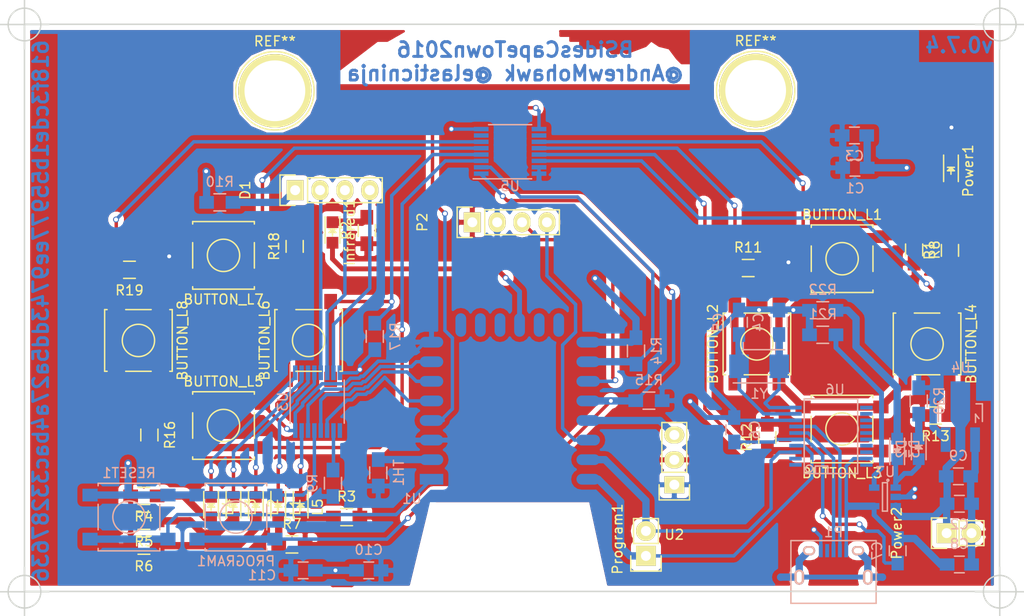
<source format=kicad_pcb>
(kicad_pcb (version 4) (host pcbnew 4.0.2+e4-6225~38~ubuntu15.10.1-stable)
  (layers (0 F.Cu signal hide) (31 B.Cu signal) (34 B.Paste user) (35 F.Paste user hide) (36 B.SilkS user) (37 F.SilkS user hide) (38 B.Mask user) (39 F.Mask user hide) (44 Edge.Cuts user))
  (net 0 "")
  (net 1 +3V3)
  (net 2 "Net-(L4-Pad1)")
  (net 3 "Net-(L5-Pad1)")
  (net 4 "Net-(L3-Pad1)")
  (net 5 "Net-(U1-Pad6)")
  (net 6 "Net-(L2-Pad1)")
  (net 7 "Net-(L1-Pad1)")
  (net 8 "Net-(U1-Pad5)")
  (net 9 "Net-(D1-Pad2)")
  (net 10 "Net-(U1-Pad4)")
  (net 11 "Net-(D1-Pad3)")
  (net 12 "Net-(D1-Pad4)")
  (net 13 "Net-(U3-Pad9)")
  (net 14 GND)
  (net 15 "Net-(Infrared1-Pad2)")
  (net 16 "Net-(L2-Pad2)")
  (net 17 "Net-(L3-Pad2)")
  (net 18 "Net-(L4-Pad2)")
  (net 19 "Net-(Power1-Pad2)")
  (net 20 "Net-(L5-Pad2)")
  (net 21 "Net-(L1-Pad2)")
  (net 22 "Net-(RESET1-Pad2)")
  (net 23 "Net-(U1-Pad9)")
  (net 24 "Net-(U1-Pad10)")
  (net 25 "Net-(U1-Pad11)")
  (net 26 "Net-(U1-Pad13)")
  (net 27 "Net-(U1-Pad14)")
  (net 28 "Net-(U1-Pad7)")
  (net 29 "Net-(Infrared1-Pad1)")
  (net 30 "Net-(D1-Pad1)")
  (net 31 "Net-(R9-Pad1)")
  (net 32 "Net-(C2-Pad1)")
  (net 33 "Net-(P1-Pad2)")
  (net 34 "Net-(P1-Pad3)")
  (net 35 "Net-(P1-Pad4)")
  (net 36 "Net-(P1-Pad6)")
  (net 37 "Net-(BUTTON_L1-Pad1)")
  (net 38 "Net-(BUTTON_L2-Pad1)")
  (net 39 "Net-(BUTTON_L3-Pad1)")
  (net 40 "Net-(BUTTON_L4-Pad1)")
  (net 41 "Net-(BUTTON_L5-Pad2)")
  (net 42 "Net-(BUTTON_L6-Pad2)")
  (net 43 "Net-(BUTTON_L7-Pad2)")
  (net 44 "Net-(BUTTON_L8-Pad2)")
  (net 45 "Net-(P2-Pad4)")
  (net 46 "Net-(PROGRAM1-Pad1)")
  (net 47 "Net-(Program1-Pad1)")
  (net 48 "Net-(Program1-Pad2)")
  (net 49 "Net-(R14-Pad1)")
  (net 50 "Net-(TH1-Pad2)")
  (net 51 "Net-(U1-Pad19)")
  (net 52 "Net-(U5-Pad7)")
  (net 53 "Net-(U5-Pad10)")
  (net 54 "Net-(P2-Pad3)")
  (net 55 "Net-(C5-Pad2)")
  (net 56 "Net-(C6-Pad1)")
  (net 57 "Net-(C4-Pad2)")
  (net 58 "Net-(U6-Pad11)")
  (net 59 "Net-(U6-Pad12)")
  (net 60 "Net-(U6-Pad13)")
  (net 61 "Net-(U6-Pad14)")
  (net 62 "Net-(U6-Pad15)")
  (net 63 "Net-(U6-Pad16)")
  (net 64 "Net-(U6-Pad17)")
  (net 65 "Net-(U6-Pad20)")
  (net 66 "Net-(C7-Pad1)")
  (net 67 "Net-(D2-Pad2)")
  (net 68 "Net-(D2-Pad1)")
  (net 69 "Net-(R21-Pad1)")
  (net 70 "Net-(D3-Pad2)")
  (module LEDs:LED_0805 (layer B.Cu) (at 139.05 117.5 270)
    (fp_text reference D2 (at 0 1.75 270) (layer B.SilkS) (effects (justify mirror)))
    (fp_text value LED)
    (pad 2 smd rect (at 1.04902 0 90) (size 1.19888 1.19888) (layers B.Cu B.Paste B.Mask) (net 67 "Net-(D2-Pad2)"))
    (pad 1 smd rect (at -1.04902 0 90) (size 1.19888 1.19888) (layers B.Cu B.Paste B.Mask) (net 68 "Net-(D2-Pad1)"))
  )
  (module 1pin-7mm (layer F.Cu) (at 122.4026 80.899)
    (fp_text reference REF** (at 0 -5.048) (layer F.SilkS))
    (fp_text value 1pin)
    (pad 1 thru_hole circle (at 0 0) (size 7.5 7.5) (drill 6.2) (layers *.Cu *.Mask F.SilkS))
  )
  (module Buttons_Switches_SMD:SW_SPST_B3S-1000 (layer F.Cu) (at 131.2291 98.0821)
    (fp_text reference BUTTON_L1 (at 0 -4.5) (layer F.SilkS))
    (fp_text value SW_PUSH)
    (pad 1 smd rect (at -3.975 -2.25) (size 1.55 1.3) (layers F.Cu F.Paste F.Mask) (net 37 "Net-(BUTTON_L1-Pad1)"))
    (pad 1 smd rect (at 3.975 -2.25) (size 1.55 1.3) (layers F.Cu F.Paste F.Mask) (net 37 "Net-(BUTTON_L1-Pad1)"))
    (pad 2 smd rect (at -3.975 2.25) (size 1.55 1.3) (layers F.Cu F.Paste F.Mask) (net 1 +3V3))
    (pad 2 smd rect (at 3.975 2.25) (size 1.55 1.3) (layers F.Cu F.Paste F.Mask) (net 1 +3V3))
  )
  (module Buttons_Switches_SMD:SW_SPST_B3S-1000 (layer F.Cu) (at 122.5296 106.7816 90)
    (fp_text reference BUTTON_L2 (at 0 -4.5 90) (layer F.SilkS))
    (fp_text value SW_PUSH)
    (pad 1 smd rect (at -3.975 -2.25 90) (size 1.55 1.3) (layers F.Cu F.Paste F.Mask) (net 38 "Net-(BUTTON_L2-Pad1)"))
    (pad 1 smd rect (at 3.975 -2.25 90) (size 1.55 1.3) (layers F.Cu F.Paste F.Mask) (net 38 "Net-(BUTTON_L2-Pad1)"))
    (pad 2 smd rect (at -3.975 2.25 90) (size 1.55 1.3) (layers F.Cu F.Paste F.Mask) (net 1 +3V3))
    (pad 2 smd rect (at 3.975 2.25 90) (size 1.55 1.3) (layers F.Cu F.Paste F.Mask) (net 1 +3V3))
  )
  (module Buttons_Switches_SMD:SW_SPST_B3S-1000 (layer F.Cu) (at 131.2164 115.4684 180)
    (fp_text reference BUTTON_L3 (at 0 -4.5 180) (layer F.SilkS))
    (fp_text value SW_PUSH)
    (pad 1 smd rect (at -3.975 -2.25 180) (size 1.55 1.3) (layers F.Cu F.Paste F.Mask) (net 39 "Net-(BUTTON_L3-Pad1)"))
    (pad 1 smd rect (at 3.975 -2.25 180) (size 1.55 1.3) (layers F.Cu F.Paste F.Mask) (net 39 "Net-(BUTTON_L3-Pad1)"))
    (pad 2 smd rect (at -3.975 2.25 180) (size 1.55 1.3) (layers F.Cu F.Paste F.Mask) (net 1 +3V3))
    (pad 2 smd rect (at 3.975 2.25 180) (size 1.55 1.3) (layers F.Cu F.Paste F.Mask) (net 1 +3V3))
  )
  (module Buttons_Switches_SMD:SW_SPST_B3S-1000 (layer F.Cu) (at 139.9032 106.7816 270)
    (fp_text reference BUTTON_L4 (at 0 -4.5 270) (layer F.SilkS))
    (fp_text value SW_PUSH)
    (pad 1 smd rect (at -3.975 -2.25 270) (size 1.55 1.3) (layers F.Cu F.Paste F.Mask) (net 40 "Net-(BUTTON_L4-Pad1)"))
    (pad 1 smd rect (at 3.975 -2.25 270) (size 1.55 1.3) (layers F.Cu F.Paste F.Mask) (net 40 "Net-(BUTTON_L4-Pad1)"))
    (pad 2 smd rect (at -3.975 2.25 270) (size 1.55 1.3) (layers F.Cu F.Paste F.Mask) (net 1 +3V3))
    (pad 2 smd rect (at 3.975 2.25 270) (size 1.55 1.3) (layers F.Cu F.Paste F.Mask) (net 1 +3V3))
  )
  (module Buttons_Switches_SMD:SW_SPST_B3S-1000 (layer F.Cu) (at 68.072 115.1128)
    (fp_text reference BUTTON_L5 (at 0 -4.5) (layer F.SilkS))
    (fp_text value SW_PUSH)
    (pad 1 smd rect (at -3.975 -2.25) (size 1.55 1.3) (layers F.Cu F.Paste F.Mask) (net 1 +3V3))
    (pad 1 smd rect (at 3.975 -2.25) (size 1.55 1.3) (layers F.Cu F.Paste F.Mask) (net 1 +3V3))
    (pad 2 smd rect (at -3.975 2.25) (size 1.55 1.3) (layers F.Cu F.Paste F.Mask) (net 41 "Net-(BUTTON_L5-Pad2)"))
    (pad 2 smd rect (at 3.975 2.25) (size 1.55 1.3) (layers F.Cu F.Paste F.Mask) (net 41 "Net-(BUTTON_L5-Pad2)"))
  )
  (module Buttons_Switches_SMD:SW_SPST_B3S-1000 (layer F.Cu) (at 76.7588 106.426 90)
    (fp_text reference BUTTON_L6 (at 0 -4.5 90) (layer F.SilkS))
    (fp_text value SW_PUSH)
    (pad 1 smd rect (at -3.975 -2.25 90) (size 1.55 1.3) (layers F.Cu F.Paste F.Mask) (net 1 +3V3))
    (pad 1 smd rect (at 3.975 -2.25 90) (size 1.55 1.3) (layers F.Cu F.Paste F.Mask) (net 1 +3V3))
    (pad 2 smd rect (at -3.975 2.25 90) (size 1.55 1.3) (layers F.Cu F.Paste F.Mask) (net 42 "Net-(BUTTON_L6-Pad2)"))
    (pad 2 smd rect (at 3.975 2.25 90) (size 1.55 1.3) (layers F.Cu F.Paste F.Mask) (net 42 "Net-(BUTTON_L6-Pad2)"))
  )
  (module Buttons_Switches_SMD:SW_SPST_B3S-1000 (layer F.Cu) (at 68.072 97.7392 180)
    (fp_text reference BUTTON_L7 (at 0 -4.5 180) (layer F.SilkS))
    (fp_text value SW_PUSH)
    (pad 1 smd rect (at -3.975 -2.25 180) (size 1.55 1.3) (layers F.Cu F.Paste F.Mask) (net 1 +3V3))
    (pad 1 smd rect (at 3.975 -2.25 180) (size 1.55 1.3) (layers F.Cu F.Paste F.Mask) (net 1 +3V3))
    (pad 2 smd rect (at -3.975 2.25 180) (size 1.55 1.3) (layers F.Cu F.Paste F.Mask) (net 43 "Net-(BUTTON_L7-Pad2)"))
    (pad 2 smd rect (at 3.975 2.25 180) (size 1.55 1.3) (layers F.Cu F.Paste F.Mask) (net 43 "Net-(BUTTON_L7-Pad2)"))
  )
  (module Buttons_Switches_SMD:SW_SPST_B3S-1000 (layer F.Cu) (at 59.3852 106.426 270)
    (fp_text reference BUTTON_L8 (at 0 -4.5 270) (layer F.SilkS))
    (fp_text value SW_PUSH)
    (pad 1 smd rect (at -3.975 -2.25 270) (size 1.55 1.3) (layers F.Cu F.Paste F.Mask) (net 1 +3V3))
    (pad 1 smd rect (at 3.975 -2.25 270) (size 1.55 1.3) (layers F.Cu F.Paste F.Mask) (net 1 +3V3))
    (pad 2 smd rect (at -3.975 2.25 270) (size 1.55 1.3) (layers F.Cu F.Paste F.Mask) (net 44 "Net-(BUTTON_L8-Pad2)"))
    (pad 2 smd rect (at 3.975 2.25 270) (size 1.55 1.3) (layers F.Cu F.Paste F.Mask) (net 44 "Net-(BUTTON_L8-Pad2)"))
  )
  (module Capacitors_SMD:C_0805_HandSoldering (layer B.Cu) (at 132.5372 88.7984)
    (fp_text reference C1 (at 0 2.1) (layer B.SilkS) (effects (justify mirror)))
    (fp_text value 10uF)
    (pad 1 smd rect (at -1.25 0) (size 1.5 1.25) (layers B.Cu B.Paste B.Mask) (net 1 +3V3))
    (pad 2 smd rect (at 1.25 0) (size 1.5 1.25) (layers B.Cu B.Paste B.Mask) (net 14 GND))
  )
  (module Capacitors_SMD:C_0805_HandSoldering (layer B.Cu) (at 143.2 123.1)
    (fp_text reference C2 (at 0 2.1) (layer B.SilkS) (effects (justify mirror)))
    (fp_text value 1uF)
    (pad 1 smd rect (at -1.25 0) (size 1.5 1.25) (layers B.Cu B.Paste B.Mask) (net 32 "Net-(C2-Pad1)"))
    (pad 2 smd rect (at 1.25 0) (size 1.5 1.25) (layers B.Cu B.Paste B.Mask) (net 14 GND))
  )
  (module Capacitors_SMD:C_0805_HandSoldering (layer B.Cu) (at 132.4864 85.4964)
    (fp_text reference C3 (at 0 2.1) (layer B.SilkS) (effects (justify mirror)))
    (fp_text value 1uF)
    (pad 1 smd rect (at -1.25 0) (size 1.5 1.25) (layers B.Cu B.Paste B.Mask) (net 1 +3V3))
    (pad 2 smd rect (at 1.25 0) (size 1.5 1.25) (layers B.Cu B.Paste B.Mask) (net 14 GND))
  )
  (module Pin_Headers:Pin_Header_Straight_1x04 (layer F.Cu) (at 75.3872 91.0844 90)
    (fp_text reference D1 (at 0 -5.1 90) (layer F.SilkS))
    (fp_text value Led_RGB_CA)
    (pad 1 thru_hole rect (at 0 0 90) (size 2.032 1.7272) (drill 1.016) (layers *.Cu *.Mask F.SilkS) (net 30 "Net-(D1-Pad1)"))
    (pad 2 thru_hole oval (at 0 2.54 90) (size 2.032 1.7272) (drill 1.016) (layers *.Cu *.Mask F.SilkS) (net 9 "Net-(D1-Pad2)"))
    (pad 3 thru_hole oval (at 0 5.08 90) (size 2.032 1.7272) (drill 1.016) (layers *.Cu *.Mask F.SilkS) (net 11 "Net-(D1-Pad3)"))
    (pad 4 thru_hole oval (at 0 7.62 90) (size 2.032 1.7272) (drill 1.016) (layers *.Cu *.Mask F.SilkS) (net 12 "Net-(D1-Pad4)"))
  )
  (module LEDs:LED_0805 (layer F.Cu) (at 79.1972 95.4024 270)
    (fp_text reference Infrared1 (at 0 -1.75 270) (layer F.SilkS))
    (fp_text value LEDs:LED-5MM)
    (pad 2 smd rect (at 1.04902 0 90) (size 1.19888 1.19888) (layers F.Cu F.Paste F.Mask) (net 15 "Net-(Infrared1-Pad2)"))
    (pad 1 smd rect (at -1.04902 0 90) (size 1.19888 1.19888) (layers F.Cu F.Paste F.Mask) (net 29 "Net-(Infrared1-Pad1)"))
  )
  (module LEDs:LED_0805 (layer F.Cu) (at 73.66 123.444 270)
    (fp_text reference L1 (at 0 -1.75 270) (layer F.SilkS))
    (fp_text value LEDs:LED-5MM)
    (pad 2 smd rect (at 1.04902 0 90) (size 1.19888 1.19888) (layers F.Cu F.Paste F.Mask) (net 21 "Net-(L1-Pad2)"))
    (pad 1 smd rect (at -1.04902 0 90) (size 1.19888 1.19888) (layers F.Cu F.Paste F.Mask) (net 7 "Net-(L1-Pad1)"))
  )
  (module LEDs:LED_0805 (layer F.Cu) (at 71.374 123.444 270)
    (fp_text reference L2 (at 0 -1.75 270) (layer F.SilkS))
    (fp_text value LED)
    (pad 2 smd rect (at 1.04902 0 90) (size 1.19888 1.19888) (layers F.Cu F.Paste F.Mask) (net 16 "Net-(L2-Pad2)"))
    (pad 1 smd rect (at -1.04902 0 90) (size 1.19888 1.19888) (layers F.Cu F.Paste F.Mask) (net 6 "Net-(L2-Pad1)"))
  )
  (module LEDs:LED_0805 (layer F.Cu) (at 69.088 123.444 270)
    (fp_text reference L3 (at 0 -1.75 270) (layer F.SilkS))
    (fp_text value LED)
    (pad 2 smd rect (at 1.04902 0 90) (size 1.19888 1.19888) (layers F.Cu F.Paste F.Mask) (net 17 "Net-(L3-Pad2)"))
    (pad 1 smd rect (at -1.04902 0 90) (size 1.19888 1.19888) (layers F.Cu F.Paste F.Mask) (net 4 "Net-(L3-Pad1)"))
  )
  (module LEDs:LED_0805 (layer F.Cu) (at 66.802 123.444 270)
    (fp_text reference L4 (at 0 -1.75 270) (layer F.SilkS))
    (fp_text value LED)
    (pad 2 smd rect (at 1.04902 0 90) (size 1.19888 1.19888) (layers F.Cu F.Paste F.Mask) (net 18 "Net-(L4-Pad2)"))
    (pad 1 smd rect (at -1.04902 0 90) (size 1.19888 1.19888) (layers F.Cu F.Paste F.Mask) (net 2 "Net-(L4-Pad1)"))
  )
  (module LEDs:LED_0805 (layer F.Cu) (at 75.946 123.444 270)
    (fp_text reference L5 (at 0 -1.75 270) (layer F.SilkS))
    (fp_text value LEDs:LED-5MM)
    (pad 2 smd rect (at 1.04902 0 90) (size 1.19888 1.19888) (layers F.Cu F.Paste F.Mask) (net 20 "Net-(L5-Pad2)"))
    (pad 1 smd rect (at -1.04902 0 90) (size 1.19888 1.19888) (layers F.Cu F.Paste F.Mask) (net 3 "Net-(L5-Pad1)"))
  )
  (module Connect:USB_Micro-B (layer B.Cu) (at 130.35 129.45 180)
    (fp_text reference P1 (at 0 3.45 180) (layer B.SilkS) (effects (justify mirror)))
    (fp_text value USB_OTG)
    (pad 1 smd rect (at -1.3009 1.56254 90) (size 1.35 0.4) (layers B.Cu B.Paste B.Mask) (net 66 "Net-(C7-Pad1)"))
    (pad 2 smd rect (at -0.6509 1.56254 90) (size 1.35 0.4) (layers B.Cu B.Paste B.Mask) (net 33 "Net-(P1-Pad2)"))
    (pad 3 smd rect (at -0.0009 1.56254 90) (size 1.35 0.4) (layers B.Cu B.Paste B.Mask) (net 34 "Net-(P1-Pad3)"))
    (pad 4 smd rect (at 0.6491 1.56254 90) (size 1.35 0.4) (layers B.Cu B.Paste B.Mask) (net 35 "Net-(P1-Pad4)"))
    (pad 5 smd rect (at 1.2991 1.56254 90) (size 1.35 0.4) (layers B.Cu B.Paste B.Mask) (net 14 GND))
    (pad 6 thru_hole oval (at -2.5009 1.56254 90) (size 0.95 1.25) (drill oval 0.55 0.85) (layers *.Cu *.Mask B.SilkS) (net 36 "Net-(P1-Pad6)"))
    (pad 6 thru_hole oval (at 2.4991 1.56254 90) (size 0.95 1.25) (drill oval 0.55 0.85) (layers *.Cu *.Mask B.SilkS) (net 36 "Net-(P1-Pad6)"))
    (pad 6 thru_hole oval (at -3.5009 -1.13746 90) (size 1.55 1) (drill oval 1.15 0.5) (layers *.Cu *.Mask B.SilkS) (net 36 "Net-(P1-Pad6)"))
    (pad 6 thru_hole oval (at 3.4991 -1.13746 90) (size 1.55 1) (drill oval 1.15 0.5) (layers *.Cu *.Mask B.SilkS) (net 36 "Net-(P1-Pad6)"))
  )
  (module Pin_Headers:Pin_Header_Straight_1x04 (layer F.Cu) (at 93.472 94.361 90)
    (fp_text reference P2 (at 0 -5.1 90) (layer F.SilkS))
    (fp_text value CONN_01X04)
    (pad 1 thru_hole rect (at 0 0 90) (size 2.032 1.7272) (drill 1.016) (layers *.Cu *.Mask F.SilkS) (net 14 GND))
    (pad 2 thru_hole oval (at 0 2.54 90) (size 2.032 1.7272) (drill 1.016) (layers *.Cu *.Mask F.SilkS) (net 1 +3V3))
    (pad 3 thru_hole oval (at 0 5.08 90) (size 2.032 1.7272) (drill 1.016) (layers *.Cu *.Mask F.SilkS) (net 54 "Net-(P2-Pad3)"))
    (pad 4 thru_hole oval (at 0 7.62 90) (size 2.032 1.7272) (drill 1.016) (layers *.Cu *.Mask F.SilkS) (net 45 "Net-(P2-Pad4)"))
  )
  (module LEDs:LED_0805 (layer F.Cu) (at 142.3416 89.1032 270)
    (fp_text reference Power1 (at 0 -1.75 270) (layer F.SilkS))
    (fp_text value LED)
    (pad 2 smd rect (at 1.04902 0 90) (size 1.19888 1.19888) (layers F.Cu F.Paste F.Mask) (net 19 "Net-(Power1-Pad2)"))
    (pad 1 smd rect (at -1.04902 0 90) (size 1.19888 1.19888) (layers F.Cu F.Paste F.Mask) (net 1 +3V3))
  )
  (module Pin_Headers:Pin_Header_Straight_1x02 (layer F.Cu) (at 141.9 126.1 90)
    (fp_text reference Power2 (at 0 -5.1 90) (layer F.SilkS))
    (fp_text value CONN_01X02)
    (pad 1 thru_hole rect (at 0 0 90) (size 2.032 2.032) (drill 1.016) (layers *.Cu *.Mask F.SilkS) (net 32 "Net-(C2-Pad1)"))
    (pad 2 thru_hole oval (at 0 2.54 90) (size 2.032 2.032) (drill 1.016) (layers *.Cu *.Mask F.SilkS) (net 14 GND))
  )
  (module Pin_Headers:Pin_Header_Straight_1x02 (layer F.Cu) (at 111.2012 128.4224 180)
    (fp_text reference Program1 (at 2.9012 1.7224 270) (layer F.SilkS))
    (fp_text value CONN_01X02)
    (pad 1 thru_hole rect (at 0 0 180) (size 2.032 2.032) (drill 1.016) (layers *.Cu *.Mask F.SilkS) (net 47 "Net-(Program1-Pad1)"))
    (pad 2 thru_hole oval (at 0 2.54 180) (size 2.032 2.032) (drill 1.016) (layers *.Cu *.Mask F.SilkS) (net 48 "Net-(Program1-Pad2)"))
  )
  (module Resistors_SMD:R_0805_HandSoldering (layer F.Cu) (at 142.24 97.2312 90)
    (fp_text reference R1 (at 0 -2.1 90) (layer F.SilkS))
    (fp_text value 100)
    (pad 1 smd rect (at -1.35 0 90) (size 1.5 1.3) (layers F.Cu F.Paste F.Mask) (net 14 GND))
    (pad 2 smd rect (at 1.35 0 90) (size 1.5 1.3) (layers F.Cu F.Paste F.Mask) (net 19 "Net-(Power1-Pad2)"))
  )
  (module Resistors_SMD:R_0805_HandSoldering (layer F.Cu) (at 82.7024 95.1992 90)
    (fp_text reference R2 (at 0 -2.1 90) (layer F.SilkS))
    (fp_text value 100)
    (pad 1 smd rect (at -1.35 0 90) (size 1.5 1.3) (layers F.Cu F.Paste F.Mask) (net 14 GND))
    (pad 2 smd rect (at 1.35 0 90) (size 1.5 1.3) (layers F.Cu F.Paste F.Mask) (net 29 "Net-(Infrared1-Pad1)"))
  )
  (module Resistors_SMD:R_0805_HandSoldering (layer F.Cu) (at 80.645 124.46)
    (fp_text reference R3 (at 0 -2.1) (layer F.SilkS))
    (fp_text value 100)
    (pad 1 smd rect (at -1.35 0) (size 1.5 1.3) (layers F.Cu F.Paste F.Mask) (net 20 "Net-(L5-Pad2)"))
    (pad 2 smd rect (at 1.35 0) (size 1.5 1.3) (layers F.Cu F.Paste F.Mask) (net 14 GND))
  )
  (module Resistors_SMD:R_0805_HandSoldering (layer F.Cu) (at 59.944 122.301 180)
    (fp_text reference R4 (at 0 -2.1 180) (layer F.SilkS))
    (fp_text value 100)
    (pad 1 smd rect (at -1.35 0 180) (size 1.5 1.3) (layers F.Cu F.Paste F.Mask) (net 18 "Net-(L4-Pad2)"))
    (pad 2 smd rect (at 1.35 0 180) (size 1.5 1.3) (layers F.Cu F.Paste F.Mask) (net 14 GND))
  )
  (module Resistors_SMD:R_0805_HandSoldering (layer F.Cu) (at 59.944 124.841 180)
    (fp_text reference R5 (at 0 -2.1 180) (layer F.SilkS))
    (fp_text value 100)
    (pad 1 smd rect (at -1.35 0 180) (size 1.5 1.3) (layers F.Cu F.Paste F.Mask) (net 17 "Net-(L3-Pad2)"))
    (pad 2 smd rect (at 1.35 0 180) (size 1.5 1.3) (layers F.Cu F.Paste F.Mask) (net 14 GND))
  )
  (module Resistors_SMD:R_0805_HandSoldering (layer F.Cu) (at 59.944 127.381 180)
    (fp_text reference R6 (at 0 -2.1 180) (layer F.SilkS))
    (fp_text value 100)
    (pad 1 smd rect (at -1.35 0 180) (size 1.5 1.3) (layers F.Cu F.Paste F.Mask) (net 16 "Net-(L2-Pad2)"))
    (pad 2 smd rect (at 1.35 0 180) (size 1.5 1.3) (layers F.Cu F.Paste F.Mask) (net 14 GND))
  )
  (module Resistors_SMD:R_0805_HandSoldering (layer F.Cu) (at 75.057 127.254)
    (fp_text reference R7 (at 0 -2.1) (layer F.SilkS))
    (fp_text value 100)
    (pad 1 smd rect (at -1.35 0) (size 1.5 1.3) (layers F.Cu F.Paste F.Mask) (net 21 "Net-(L1-Pad2)"))
    (pad 2 smd rect (at 1.35 0) (size 1.5 1.3) (layers F.Cu F.Paste F.Mask) (net 14 GND))
  )
  (module Resistors_SMD:R_0805_HandSoldering (layer F.Cu) (at 138.5824 97.1804 270)
    (fp_text reference R8 (at 0 -2.1 270) (layer F.SilkS))
    (fp_text value "100 Ohm")
    (pad 1 smd rect (at -1.35 0 270) (size 1.5 1.3) (layers F.Cu F.Paste F.Mask) (net 37 "Net-(BUTTON_L1-Pad1)"))
    (pad 2 smd rect (at 1.35 0 270) (size 1.5 1.3) (layers F.Cu F.Paste F.Mask) (net 14 GND))
  )
  (module Resistors_SMD:R_0805_HandSoldering (layer B.Cu) (at 79.248 121.0056 270)
    (fp_text reference R9 (at 0 2.1 270) (layer B.SilkS) (effects (justify mirror)))
    (fp_text value 100)
    (pad 1 smd rect (at -1.35 0 270) (size 1.5 1.3) (layers B.Cu B.Paste B.Mask) (net 31 "Net-(R9-Pad1)"))
    (pad 2 smd rect (at 1.35 0 270) (size 1.5 1.3) (layers B.Cu B.Paste B.Mask) (net 1 +3V3))
  )
  (module Resistors_SMD:R_0805_HandSoldering (layer B.Cu) (at 67.691 92.329 180)
    (fp_text reference R10 (at 0 2.1 180) (layer B.SilkS) (effects (justify mirror)))
    (fp_text value 100)
    (pad 1 smd rect (at -1.35 0 180) (size 1.5 1.3) (layers B.Cu B.Paste B.Mask) (net 30 "Net-(D1-Pad1)"))
    (pad 2 smd rect (at 1.35 0 180) (size 1.5 1.3) (layers B.Cu B.Paste B.Mask) (net 14 GND))
  )
  (module Resistors_SMD:R_0805_HandSoldering (layer F.Cu) (at 121.6406 99.0346)
    (fp_text reference R11 (at 0 -2.1) (layer F.SilkS))
    (fp_text value "100 Ohm")
    (pad 1 smd rect (at -1.35 0) (size 1.5 1.3) (layers F.Cu F.Paste F.Mask) (net 38 "Net-(BUTTON_L2-Pad1)"))
    (pad 2 smd rect (at 1.35 0) (size 1.5 1.3) (layers F.Cu F.Paste F.Mask) (net 14 GND))
  )
  (module Resistors_SMD:R_0805_HandSoldering (layer F.Cu) (at 123.5964 116.332 90)
    (fp_text reference R12 (at 0 -2.1 90) (layer F.SilkS))
    (fp_text value "100 Ohm")
    (pad 1 smd rect (at -1.35 0 90) (size 1.5 1.3) (layers F.Cu F.Paste F.Mask) (net 39 "Net-(BUTTON_L3-Pad1)"))
    (pad 2 smd rect (at 1.35 0 90) (size 1.5 1.3) (layers F.Cu F.Paste F.Mask) (net 14 GND))
  )
  (module Resistors_SMD:R_0805_HandSoldering (layer F.Cu) (at 140.7668 114.0968 180)
    (fp_text reference R13 (at 0 -2.1 180) (layer F.SilkS))
    (fp_text value "100 Ohm")
    (pad 1 smd rect (at -1.35 0 180) (size 1.5 1.3) (layers F.Cu F.Paste F.Mask) (net 40 "Net-(BUTTON_L4-Pad1)"))
    (pad 2 smd rect (at 1.35 0 180) (size 1.5 1.3) (layers F.Cu F.Paste F.Mask) (net 14 GND))
  )
  (module Resistors_SMD:R_0805_HandSoldering (layer B.Cu) (at 110.1852 107.4928 90)
    (fp_text reference R14 (at 0 2.1 90) (layer B.SilkS) (effects (justify mirror)))
    (fp_text value "10k Ohm")
    (pad 1 smd rect (at -1.35 0 90) (size 1.5 1.3) (layers B.Cu B.Paste B.Mask) (net 49 "Net-(R14-Pad1)"))
    (pad 2 smd rect (at 1.35 0 90) (size 1.5 1.3) (layers B.Cu B.Paste B.Mask) (net 14 GND))
  )
  (module Resistors_SMD:R_0805_HandSoldering (layer B.Cu) (at 111.506 112.5728 180)
    (fp_text reference R15 (at 0 2.1 180) (layer B.SilkS) (effects (justify mirror)))
    (fp_text value "10k Ohm")
    (pad 1 smd rect (at -1.35 0 180) (size 1.5 1.3) (layers B.Cu B.Paste B.Mask) (net 1 +3V3))
    (pad 2 smd rect (at 1.35 0 180) (size 1.5 1.3) (layers B.Cu B.Paste B.Mask) (net 46 "Net-(PROGRAM1-Pad1)"))
  )
  (module Resistors_SMD:R_0805_HandSoldering (layer F.Cu) (at 60.5028 116.078 270)
    (fp_text reference R16 (at 0 -2.1 270) (layer F.SilkS))
    (fp_text value "100 Ohm")
    (pad 1 smd rect (at -1.35 0 270) (size 1.5 1.3) (layers F.Cu F.Paste F.Mask) (net 14 GND))
    (pad 2 smd rect (at 1.35 0 270) (size 1.5 1.3) (layers F.Cu F.Paste F.Mask) (net 41 "Net-(BUTTON_L5-Pad2)"))
  )
  (module Resistors_SMD:R_0805_HandSoldering (layer B.Cu) (at 83.5152 106.0196 90)
    (fp_text reference R17 (at 0 2.1 90) (layer B.SilkS) (effects (justify mirror)))
    (fp_text value "100 Ohm")
    (pad 1 smd rect (at -1.35 0 90) (size 1.5 1.3) (layers B.Cu B.Paste B.Mask) (net 14 GND))
    (pad 2 smd rect (at 1.35 0 90) (size 1.5 1.3) (layers B.Cu B.Paste B.Mask) (net 42 "Net-(BUTTON_L6-Pad2)"))
  )
  (module Resistors_SMD:R_0805_HandSoldering (layer F.Cu) (at 75.3364 96.8248 90)
    (fp_text reference R18 (at 0 -2.1 90) (layer F.SilkS))
    (fp_text value "100 Ohm")
    (pad 1 smd rect (at -1.35 0 90) (size 1.5 1.3) (layers F.Cu F.Paste F.Mask) (net 14 GND))
    (pad 2 smd rect (at 1.35 0 90) (size 1.5 1.3) (layers F.Cu F.Paste F.Mask) (net 43 "Net-(BUTTON_L7-Pad2)"))
  )
  (module Resistors_SMD:R_0805_HandSoldering (layer F.Cu) (at 58.4708 99.2124 180)
    (fp_text reference R19 (at 0 -2.1 180) (layer F.SilkS))
    (fp_text value "100 Ohm")
    (pad 1 smd rect (at -1.35 0 180) (size 1.5 1.3) (layers F.Cu F.Paste F.Mask) (net 14 GND))
    (pad 2 smd rect (at 1.35 0 180) (size 1.5 1.3) (layers F.Cu F.Paste F.Mask) (net 44 "Net-(BUTTON_L8-Pad2)"))
  )
  (module Resistors_SMD:R_0805_HandSoldering (layer B.Cu) (at 83.8708 119.9388 90)
    (fp_text reference TH1 (at 0 2.1 90) (layer B.SilkS) (effects (justify mirror)))
    (fp_text value "100 Ohm THERMISTOR")
    (pad 1 smd rect (at -1.35 0 90) (size 1.5 1.3) (layers B.Cu B.Paste B.Mask) (net 1 +3V3))
    (pad 2 smd rect (at 1.35 0 90) (size 1.5 1.3) (layers B.Cu B.Paste B.Mask) (net 50 "Net-(TH1-Pad2)"))
  )
  (module ESP8266:ESP-12E (layer B.Cu) (at 89.3064 120.5992)
    (fp_text reference U1 (at -2 2) (layer B.SilkS) (effects (justify mirror)))
    (fp_text value ESP-12E)
    (pad 9 smd oval (at 2.99 -15.75 270) (size 2.4 1.1) (layers B.Cu B.Paste B.Mask) (net 23 "Net-(U1-Pad9)"))
    (pad 10 smd oval (at 4.99 -15.75 270) (size 2.4 1.1) (layers B.Cu B.Paste B.Mask) (net 24 "Net-(U1-Pad10)"))
    (pad 11 smd oval (at 6.99 -15.75 270) (size 2.4 1.1) (layers B.Cu B.Paste B.Mask) (net 25 "Net-(U1-Pad11)"))
    (pad 12 smd oval (at 8.99 -15.75 270) (size 2.4 1.1) (layers B.Cu B.Paste B.Mask) (net 15 "Net-(Infrared1-Pad2)"))
    (pad 13 smd oval (at 10.99 -15.75 270) (size 2.4 1.1) (layers B.Cu B.Paste B.Mask) (net 26 "Net-(U1-Pad13)"))
    (pad 14 smd oval (at 12.99 -15.75 270) (size 2.4 1.1) (layers B.Cu B.Paste B.Mask) (net 27 "Net-(U1-Pad14)"))
    (pad 1 smd rect (at 0 0) (size 2.4 1.1) (layers B.Cu B.Paste B.Mask) (net 22 "Net-(RESET1-Pad2)"))
    (pad 2 smd oval (at 0 -2) (size 2.4 1.1) (layers B.Cu B.Paste B.Mask) (net 50 "Net-(TH1-Pad2)"))
    (pad 3 smd oval (at 0 -4) (size 2.4 1.1) (layers B.Cu B.Paste B.Mask) (net 1 +3V3))
    (pad 4 smd oval (at 0 -6) (size 2.4 1.1) (layers B.Cu B.Paste B.Mask) (net 10 "Net-(U1-Pad4)"))
    (pad 5 smd oval (at 0 -8) (size 2.4 1.1) (layers B.Cu B.Paste B.Mask) (net 8 "Net-(U1-Pad5)"))
    (pad 6 smd oval (at 0 -10) (size 2.4 1.1) (layers B.Cu B.Paste B.Mask) (net 5 "Net-(U1-Pad6)"))
    (pad 7 smd oval (at 0 -12) (size 2.4 1.1) (layers B.Cu B.Paste B.Mask) (net 28 "Net-(U1-Pad7)"))
    (pad 8 smd oval (at 0 -14) (size 2.4 1.1) (layers B.Cu B.Paste B.Mask) (net 1 +3V3))
    (pad 15 smd oval (at 16 -14) (size 2.4 1.1) (layers B.Cu B.Paste B.Mask) (net 14 GND))
    (pad 16 smd oval (at 16 -12) (size 2.4 1.1) (layers B.Cu B.Paste B.Mask) (net 49 "Net-(R14-Pad1)"))
    (pad 17 smd oval (at 16 -10) (size 2.4 1.1) (layers B.Cu B.Paste B.Mask) (net 54 "Net-(P2-Pad3)"))
    (pad 18 smd oval (at 16 -8) (size 2.4 1.1) (layers B.Cu B.Paste B.Mask) (net 46 "Net-(PROGRAM1-Pad1)"))
    (pad 19 smd oval (at 16 -6) (size 2.4 1.1) (layers B.Cu B.Paste B.Mask) (net 51 "Net-(U1-Pad19)"))
    (pad 20 smd oval (at 16 -4) (size 2.4 1.1) (layers B.Cu B.Paste B.Mask) (net 45 "Net-(P2-Pad4)"))
    (pad 21 smd oval (at 16 -2) (size 2.4 1.1) (layers B.Cu B.Paste B.Mask) (net 48 "Net-(Program1-Pad2)"))
    (pad 22 smd oval (at 16 0) (size 2.4 1.1) (layers B.Cu B.Paste B.Mask) (net 47 "Net-(Program1-Pad1)"))
  )
  (module custom-footprints:IR_Receiver (layer F.Cu) (at 114.0968 121.158 180)
    (fp_text reference U2 (at 0 -5.1 180) (layer F.SilkS))
    (fp_text value TSOP38238)
    (pad 2 thru_hole rect (at 0 0 180) (size 2.032 1.7272) (drill 1.016) (layers *.Cu *.Mask F.SilkS) (net 1 +3V3))
    (pad 1 thru_hole oval (at 0 2.54 180) (size 2.032 1.7272) (drill 1.016) (layers *.Cu *.Mask F.SilkS) (net 14 GND))
    (pad 3 thru_hole oval (at 0 5.08 180) (size 2.032 1.7272) (drill 1.016) (layers *.Cu *.Mask F.SilkS) (net 51 "Net-(U1-Pad19)"))
  )
  (module custom-footprints:MC78L05ACH-SOT89-3_Housing_Handsoldering (layer B.Cu) (at 143.3 114.2 180)
    (fp_text reference U4 (at -0.0508 5.00126 180) (layer B.SilkS) (effects (justify mirror)))
    (fp_text value MC78L05ACH)
    (pad 2 smd rect (at -1.50114 -2.35204 180) (size 1.00076 2.5019) (layers B.Cu B.Paste B.Mask) (net 14 GND))
    (pad 3 smd rect (at 0 -2.35204 180) (size 1.00076 2.5019) (layers B.Cu B.Paste B.Mask) (net 32 "Net-(C2-Pad1)"))
    (pad 1 smd rect (at 1.50114 -2.35204 180) (size 1.00076 2.5019) (layers B.Cu B.Paste B.Mask) (net 1 +3V3))
    (pad 3 smd rect (at 0 1.6002 180) (size 1.99898 4.0005) (layers B.Cu B.Paste B.Mask) (net 32 "Net-(C2-Pad1)"))
    (pad 3 smd trapezoid (at 0 -0.7493) (size 1.50114 0.7493) (rect_delta 0 -0.50038) (layers B.Cu B.Paste B.Mask) (net 32 "Net-(C2-Pad1)"))
  )
  (module Housings_SSOP:TSSOP-16_4.4x5mm_Pitch0.65mm (layer B.Cu) (at 77.6732 112.6744 270)
    (fp_text reference U3 (at 0 3.55 270) (layer B.SilkS) (effects (justify mirror)))
    (fp_text value 74HC595)
    (pad 1 smd rect (at -2.95 2.275 270) (size 1.5 0.45) (layers B.Cu B.Paste B.Mask) (net 2 "Net-(L4-Pad1)"))
    (pad 2 smd rect (at -2.95 1.625 270) (size 1.5 0.45) (layers B.Cu B.Paste B.Mask) (net 4 "Net-(L3-Pad1)"))
    (pad 3 smd rect (at -2.95 0.975 270) (size 1.5 0.45) (layers B.Cu B.Paste B.Mask) (net 6 "Net-(L2-Pad1)"))
    (pad 4 smd rect (at -2.95 0.325 270) (size 1.5 0.45) (layers B.Cu B.Paste B.Mask) (net 7 "Net-(L1-Pad1)"))
    (pad 5 smd rect (at -2.95 -0.325 270) (size 1.5 0.45) (layers B.Cu B.Paste B.Mask) (net 9 "Net-(D1-Pad2)"))
    (pad 6 smd rect (at -2.95 -0.975 270) (size 1.5 0.45) (layers B.Cu B.Paste B.Mask) (net 11 "Net-(D1-Pad3)"))
    (pad 7 smd rect (at -2.95 -1.625 270) (size 1.5 0.45) (layers B.Cu B.Paste B.Mask) (net 12 "Net-(D1-Pad4)"))
    (pad 8 smd rect (at -2.95 -2.275 270) (size 1.5 0.45) (layers B.Cu B.Paste B.Mask) (net 14 GND))
    (pad 9 smd rect (at 2.95 -2.275 270) (size 1.5 0.45) (layers B.Cu B.Paste B.Mask) (net 13 "Net-(U3-Pad9)"))
    (pad 10 smd rect (at 2.95 -1.625 270) (size 1.5 0.45) (layers B.Cu B.Paste B.Mask) (net 31 "Net-(R9-Pad1)"))
    (pad 11 smd rect (at 2.95 -0.975 270) (size 1.5 0.45) (layers B.Cu B.Paste B.Mask) (net 8 "Net-(U1-Pad5)"))
    (pad 12 smd rect (at 2.95 -0.325 270) (size 1.5 0.45) (layers B.Cu B.Paste B.Mask) (net 5 "Net-(U1-Pad6)"))
    (pad 13 smd rect (at 2.95 0.325 270) (size 1.5 0.45) (layers B.Cu B.Paste B.Mask) (net 14 GND))
    (pad 14 smd rect (at 2.95 0.975 270) (size 1.5 0.45) (layers B.Cu B.Paste B.Mask) (net 28 "Net-(U1-Pad7)"))
    (pad 15 smd rect (at 2.95 1.625 270) (size 1.5 0.45) (layers B.Cu B.Paste B.Mask) (net 3 "Net-(L5-Pad1)"))
    (pad 16 smd rect (at 2.95 2.275 270) (size 1.5 0.45) (layers B.Cu B.Paste B.Mask) (net 1 +3V3))
  )
  (module Housings_SSOP:TSSOP-16_4.4x5mm_Pitch0.65mm (layer B.Cu) (at 97.3328 87.122)
    (fp_text reference U5 (at 0 3.55) (layer B.SilkS) (effects (justify mirror)))
    (fp_text value 74LS165)
    (pad 1 smd rect (at -2.95 2.275) (size 1.5 0.45) (layers B.Cu B.Paste B.Mask) (net 46 "Net-(PROGRAM1-Pad1)"))
    (pad 2 smd rect (at -2.95 1.625) (size 1.5 0.45) (layers B.Cu B.Paste B.Mask) (net 49 "Net-(R14-Pad1)"))
    (pad 3 smd rect (at -2.95 0.975) (size 1.5 0.45) (layers B.Cu B.Paste B.Mask) (net 41 "Net-(BUTTON_L5-Pad2)"))
    (pad 4 smd rect (at -2.95 0.325) (size 1.5 0.45) (layers B.Cu B.Paste B.Mask) (net 42 "Net-(BUTTON_L6-Pad2)"))
    (pad 5 smd rect (at -2.95 -0.325) (size 1.5 0.45) (layers B.Cu B.Paste B.Mask) (net 43 "Net-(BUTTON_L7-Pad2)"))
    (pad 6 smd rect (at -2.95 -0.975) (size 1.5 0.45) (layers B.Cu B.Paste B.Mask) (net 44 "Net-(BUTTON_L8-Pad2)"))
    (pad 7 smd rect (at -2.95 -1.625) (size 1.5 0.45) (layers B.Cu B.Paste B.Mask) (net 52 "Net-(U5-Pad7)"))
    (pad 8 smd rect (at -2.95 -2.275) (size 1.5 0.45) (layers B.Cu B.Paste B.Mask) (net 14 GND))
    (pad 9 smd rect (at 2.95 -2.275) (size 1.5 0.45) (layers B.Cu B.Paste B.Mask) (net 10 "Net-(U1-Pad4)"))
    (pad 10 smd rect (at 2.95 -1.625) (size 1.5 0.45) (layers B.Cu B.Paste B.Mask) (net 53 "Net-(U5-Pad10)"))
    (pad 11 smd rect (at 2.95 -0.975) (size 1.5 0.45) (layers B.Cu B.Paste B.Mask) (net 37 "Net-(BUTTON_L1-Pad1)"))
    (pad 12 smd rect (at 2.95 -0.325) (size 1.5 0.45) (layers B.Cu B.Paste B.Mask) (net 38 "Net-(BUTTON_L2-Pad1)"))
    (pad 13 smd rect (at 2.95 0.325) (size 1.5 0.45) (layers B.Cu B.Paste B.Mask) (net 39 "Net-(BUTTON_L3-Pad1)"))
    (pad 14 smd rect (at 2.95 0.975) (size 1.5 0.45) (layers B.Cu B.Paste B.Mask) (net 40 "Net-(BUTTON_L4-Pad1)"))
    (pad 15 smd rect (at 2.95 1.625) (size 1.5 0.45) (layers B.Cu B.Paste B.Mask) (net 1 +3V3))
    (pad 16 smd rect (at 2.95 2.275) (size 1.5 0.45) (layers B.Cu B.Paste B.Mask) (net 1 +3V3))
  )
  (module Buttons_Switches_SMD:SW_SPST_B3S-1000 (layer B.Cu) (at 69.342 124.46)
    (fp_text reference PROGRAM1 (at 0 4.5) (layer B.SilkS) (effects (justify mirror)))
    (fp_text value SW_PUSH)
    (pad 1 smd rect (at -3.975 2.25) (size 1.55 1.3) (layers B.Cu B.Paste B.Mask) (net 46 "Net-(PROGRAM1-Pad1)"))
    (pad 1 smd rect (at 3.975 2.25) (size 1.55 1.3) (layers B.Cu B.Paste B.Mask) (net 46 "Net-(PROGRAM1-Pad1)"))
    (pad 2 smd rect (at -3.975 -2.25) (size 1.55 1.3) (layers B.Cu B.Paste B.Mask) (net 14 GND))
    (pad 2 smd rect (at 3.975 -2.25) (size 1.55 1.3) (layers B.Cu B.Paste B.Mask) (net 14 GND))
  )
  (module Buttons_Switches_SMD:SW_SPST_B3S-1000 (layer B.Cu) (at 58.42 124.46 180)
    (fp_text reference RESET1 (at 0 4.5 180) (layer B.SilkS) (effects (justify mirror)))
    (fp_text value SW_PUSH)
    (pad 1 smd rect (at -3.975 2.25 180) (size 1.55 1.3) (layers B.Cu B.Paste B.Mask) (net 14 GND))
    (pad 1 smd rect (at 3.975 2.25 180) (size 1.55 1.3) (layers B.Cu B.Paste B.Mask) (net 14 GND))
    (pad 2 smd rect (at -3.975 -2.25 180) (size 1.55 1.3) (layers B.Cu B.Paste B.Mask) (net 22 "Net-(RESET1-Pad2)"))
    (pad 2 smd rect (at 3.975 -2.25 180) (size 1.55 1.3) (layers B.Cu B.Paste B.Mask) (net 22 "Net-(RESET1-Pad2)"))
  )
  (module Capacitors_SMD:C_0805_HandSoldering (layer B.Cu) (at 120.7008 104.5718 270)
    (fp_text reference C5 (at 0 2.1 270) (layer B.SilkS) (effects (justify mirror)))
    (fp_text value 22pF)
    (pad 1 smd rect (at -1.25 0 270) (size 1.5 1.25) (layers B.Cu B.Paste B.Mask) (net 14 GND))
    (pad 2 smd rect (at 1.25 0 270) (size 1.5 1.25) (layers B.Cu B.Paste B.Mask) (net 55 "Net-(C5-Pad2)"))
  )
  (module Capacitors_SMD:C_0805_HandSoldering (layer B.Cu) (at 120.2182 115.5446 90)
    (fp_text reference C6 (at 0 2.1 90) (layer B.SilkS) (effects (justify mirror)))
    (fp_text value "0.1 uF")
    (pad 1 smd rect (at -1.25 0 90) (size 1.5 1.25) (layers B.Cu B.Paste B.Mask) (net 56 "Net-(C6-Pad1)"))
    (pad 2 smd rect (at 1.25 0 90) (size 1.5 1.25) (layers B.Cu B.Paste B.Mask) (net 14 GND))
  )
  (module Capacitors_SMD:C_0805_HandSoldering (layer B.Cu) (at 136.9 127.9 270)
    (fp_text reference C7 (at 0 2.1 270) (layer B.SilkS) (effects (justify mirror)))
    (fp_text value "1 uF")
    (pad 1 smd rect (at -1.25 0 270) (size 1.5 1.25) (layers B.Cu B.Paste B.Mask) (net 66 "Net-(C7-Pad1)"))
    (pad 2 smd rect (at 1.25 0 270) (size 1.5 1.25) (layers B.Cu B.Paste B.Mask) (net 56 "Net-(C6-Pad1)"))
  )
  (module OLIMEX_IC-FP:SSOP-20W (layer B.Cu) (at 129.1336 116.205 90)
    (fp_text reference U6 (at 4.7498 1.3716 360) (layer B.SilkS) (effects (justify mirror)))
    (fp_text value CH340H/T)
    (pad 1 smd rect (at -2.921 -2.667 90) (size 0.381 1.27) (layers B.Cu B.Paste B.Mask) (clearance 0.0508))
    (pad 2 smd rect (at -2.286 -2.667 90) (size 0.381 1.27) (layers B.Cu B.Paste B.Mask) (clearance 0.0508))
    (pad 3 smd rect (at -1.6256 -2.667 90) (size 0.381 1.27) (layers B.Cu B.Paste B.Mask) (net 48 "Net-(Program1-Pad2)") (clearance 0.0508))
    (pad 4 smd rect (at -0.9652 -2.667 90) (size 0.381 1.27) (layers B.Cu B.Paste B.Mask) (net 47 "Net-(Program1-Pad1)") (clearance 0.0508))
    (pad 5 smd rect (at -0.3302 -2.667 90) (size 0.381 1.27) (layers B.Cu B.Paste B.Mask) (net 56 "Net-(C6-Pad1)") (clearance 0.0508))
    (pad 6 smd rect (at 0.3302 -2.667 90) (size 0.381 1.27) (layers B.Cu B.Paste B.Mask) (net 34 "Net-(P1-Pad3)") (clearance 0.0508))
    (pad 7 smd rect (at 0.9906 -2.667 90) (size 0.381 1.27) (layers B.Cu B.Paste B.Mask) (net 33 "Net-(P1-Pad2)") (clearance 0.0508))
    (pad 8 smd rect (at 1.6256 -2.667 90) (size 0.381 1.27) (layers B.Cu B.Paste B.Mask) (net 14 GND) (clearance 0.0508))
    (pad 9 smd rect (at 2.286 -2.667 90) (size 0.381 1.27) (layers B.Cu B.Paste B.Mask) (net 55 "Net-(C5-Pad2)") (clearance 0.0508))
    (pad 10 smd rect (at 2.921 -2.667 90) (size 0.381 1.27) (layers B.Cu B.Paste B.Mask) (net 57 "Net-(C4-Pad2)") (clearance 0.0508))
    (pad 11 smd rect (at 2.921 4.572 90) (size 0.381 1.27) (layers B.Cu B.Paste B.Mask) (net 58 "Net-(U6-Pad11)") (clearance 0.0508))
    (pad 12 smd rect (at 2.286 4.572 90) (size 0.381 1.27) (layers B.Cu B.Paste B.Mask) (net 59 "Net-(U6-Pad12)") (clearance 0.0508))
    (pad 13 smd rect (at 1.6256 4.572 90) (size 0.381 1.27) (layers B.Cu B.Paste B.Mask) (net 60 "Net-(U6-Pad13)") (clearance 0.0508))
    (pad 14 smd rect (at 0.9906 4.572 90) (size 0.381 1.27) (layers B.Cu B.Paste B.Mask) (net 61 "Net-(U6-Pad14)") (clearance 0.0508))
    (pad 15 smd rect (at 0.3302 4.572 90) (size 0.381 1.27) (layers B.Cu B.Paste B.Mask) (net 62 "Net-(U6-Pad15)") (clearance 0.0508))
    (pad 16 smd rect (at -0.3302 4.572 90) (size 0.381 1.27) (layers B.Cu B.Paste B.Mask) (net 63 "Net-(U6-Pad16)") (clearance 0.0508))
    (pad 17 smd rect (at -0.9652 4.572 90) (size 0.381 1.27) (layers B.Cu B.Paste B.Mask) (net 64 "Net-(U6-Pad17)") (clearance 0.0508))
    (pad 18 smd rect (at -1.6256 4.572 90) (size 0.381 1.27) (layers B.Cu B.Paste B.Mask) (clearance 0.0508))
    (pad 19 smd rect (at -2.286 4.572 90) (size 0.381 1.27) (layers B.Cu B.Paste B.Mask) (net 66 "Net-(C7-Pad1)") (clearance 0.0508))
    (pad 20 smd rect (at -2.921 4.572 90) (size 0.381 1.27) (layers B.Cu B.Paste B.Mask) (net 65 "Net-(U6-Pad20)") (clearance 0.0508))
  )
  (module Crystals:Crystal_SMD_5032_2Pads (layer B.Cu) (at 122.7582 109.0676)
    (fp_text reference Y1 (at 0 2.8) (layer B.SilkS) (effects (justify mirror)))
    (fp_text value "12 MHz Crystal")
    (pad 1 smd rect (at -2.05 0) (size 2 2.4) (layers B.Cu B.Paste B.Mask) (net 55 "Net-(C5-Pad2)"))
    (pad 2 smd rect (at 2.05 0) (size 2 2.4) (layers B.Cu B.Paste B.Mask) (net 57 "Net-(C4-Pad2)"))
  )
  (module Capacitors_SMD:C_0805_HandSoldering (layer B.Cu) (at 124.7902 104.5718 270)
    (fp_text reference C4 (at 0 2.1 270) (layer B.SilkS) (effects (justify mirror)))
    (fp_text value "22 pF")
    (pad 1 smd rect (at -1.25 0 270) (size 1.5 1.25) (layers B.Cu B.Paste B.Mask) (net 14 GND))
    (pad 2 smd rect (at 1.25 0 270) (size 1.5 1.25) (layers B.Cu B.Paste B.Mask) (net 57 "Net-(C4-Pad2)"))
  )
  (module custom-footprints:1pin-6mm (layer F.Cu) (at 73.3171 80.9371)
    (fp_text reference REF** (at 0 -5.048) (layer F.SilkS))
    (fp_text value 1pin)
    (pad 1 thru_hole circle (at 0 0) (size 7.5 7.5) (drill 6.2) (layers *.Cu *.Mask F.SilkS))
  )
  (module Capacitors_SMD:C_0805_HandSoldering (layer B.Cu) (at 143.2 129.3 180)
    (fp_text reference C8 (at 0 2.1 180) (layer B.SilkS) (effects (justify mirror)))
    (fp_text value "4.7 uF")
    (pad 1 smd rect (at -1.25 0 180) (size 1.5 1.25) (layers B.Cu B.Paste B.Mask) (net 14 GND))
    (pad 2 smd rect (at 1.25 0 180) (size 1.5 1.25) (layers B.Cu B.Paste B.Mask) (net 66 "Net-(C7-Pad1)"))
  )
  (module Capacitors_SMD:C_0805_HandSoldering (layer B.Cu) (at 143.1 120.3 180)
    (fp_text reference C9 (at 0 2.1 180) (layer B.SilkS) (effects (justify mirror)))
    (fp_text value "4.7 uF")
    (pad 1 smd rect (at -1.25 0 180) (size 1.5 1.25) (layers B.Cu B.Paste B.Mask) (net 14 GND))
    (pad 2 smd rect (at 1.25 0 180) (size 1.5 1.25) (layers B.Cu B.Paste B.Mask) (net 32 "Net-(C2-Pad1)"))
  )
  (module Resistors_SMD:R_0805_HandSoldering (layer B.Cu) (at 139.05 112.6 90)
    (fp_text reference R20 (at 0 2.1 90) (layer B.SilkS) (effects (justify mirror)))
    (fp_text value "470 Ohm")
    (pad 1 smd rect (at -1.35 0 90) (size 1.5 1.3) (layers B.Cu B.Paste B.Mask) (net 68 "Net-(D2-Pad1)"))
    (pad 2 smd rect (at 1.35 0 90) (size 1.5 1.3) (layers B.Cu B.Paste B.Mask) (net 1 +3V3))
  )
  (module Resistors_SMD:R_0805_HandSoldering (layer B.Cu) (at 129.25 105.85 180)
    (fp_text reference R21 (at 0 2.1 180) (layer B.SilkS) (effects (justify mirror)))
    (fp_text value "4k Ohm")
    (pad 1 smd rect (at -1.35 0 180) (size 1.5 1.3) (layers B.Cu B.Paste B.Mask) (net 69 "Net-(R21-Pad1)"))
    (pad 2 smd rect (at 1.35 0 180) (size 1.5 1.3) (layers B.Cu B.Paste B.Mask) (net 14 GND))
  )
  (module TO_SOT_Packages_SMD:SOT-23-5 (layer B.Cu) (at 135.6 122.4 180)
    (fp_text reference U7 (at -0.05 2.55 180) (layer B.SilkS) (effects (justify mirror)))
    (fp_text value MCP73831)
    (pad 1 smd rect (at -1.1 0.95 180) (size 1.06 0.65) (layers B.Cu B.Paste B.Mask) (net 67 "Net-(D2-Pad2)"))
    (pad 2 smd rect (at -1.1 0 180) (size 1.06 0.65) (layers B.Cu B.Paste B.Mask) (net 14 GND))
    (pad 3 smd rect (at -1.1 -0.95 180) (size 1.06 0.65) (layers B.Cu B.Paste B.Mask) (net 32 "Net-(C2-Pad1)"))
    (pad 4 smd rect (at 1.1 -0.95 180) (size 1.06 0.65) (layers B.Cu B.Paste B.Mask) (net 66 "Net-(C7-Pad1)"))
    (pad 5 smd rect (at 1.1 0.95 180) (size 1.06 0.65) (layers B.Cu B.Paste B.Mask) (net 69 "Net-(R21-Pad1)"))
  )
  (module Capacitors_SMD:C_0805_HandSoldering (layer B.Cu) (at 82.9 129.9 180)
    (fp_text reference C10 (at 0 2.1 180) (layer B.SilkS) (effects (justify mirror)))
    (fp_text value 10uF)
    (pad 1 smd rect (at -1.25 0 180) (size 1.5 1.25) (layers B.Cu B.Paste B.Mask) (net 1 +3V3))
    (pad 2 smd rect (at 1.25 0 180) (size 1.5 1.25) (layers B.Cu B.Paste B.Mask) (net 14 GND))
  )
  (module Capacitors_SMD:C_0805_HandSoldering (layer B.Cu) (at 76.2 129.9)
    (fp_text reference C11 (at -4.2 0.5) (layer B.SilkS) (effects (justify mirror)))
    (fp_text value 1uF)
    (pad 1 smd rect (at -1.25 0) (size 1.5 1.25) (layers B.Cu B.Paste B.Mask) (net 1 +3V3))
    (pad 2 smd rect (at 1.25 0) (size 1.5 1.25) (layers B.Cu B.Paste B.Mask) (net 14 GND))
  )
  (module LEDs:LED_0805 (layer B.Cu) (at 136.85 117.5 90)
    (fp_text reference D3 (at 0 1.75 90) (layer B.SilkS) (effects (justify mirror)))
    (fp_text value LED)
    (pad 2 smd rect (at 1.04902 0 270) (size 1.19888 1.19888) (layers B.Cu B.Paste B.Mask) (net 70 "Net-(D3-Pad2)"))
    (pad 1 smd rect (at -1.04902 0 270) (size 1.19888 1.19888) (layers B.Cu B.Paste B.Mask) (net 67 "Net-(D2-Pad2)"))
  )
  (module Resistors_SMD:R_0805_HandSoldering (layer B.Cu) (at 129.25 103.35 180)
    (fp_text reference R22 (at 0 2.1 180) (layer B.SilkS) (effects (justify mirror)))
    (fp_text value "470 Ohm")
    (pad 1 smd rect (at -1.35 0 180) (size 1.5 1.3) (layers B.Cu B.Paste B.Mask) (net 70 "Net-(D3-Pad2)"))
    (pad 2 smd rect (at 1.35 0 180) (size 1.5 1.3) (layers B.Cu B.Paste B.Mask) (net 14 GND))
  )
  (gr_line (start 47.75 74.15) (end 47.75 74.2) (angle 90) (layer Edge.Cuts) (width 0.15))
  (gr_line (start 147.3 74.15) (end 47.75 74.15) (angle 90) (layer Edge.Cuts) (width 0.15))
  (gr_line (start 147.3 132.05) (end 147.3 74.15) (angle 90) (layer Edge.Cuts) (width 0.15))
  (gr_line (start 47.75 132.05) (end 147.3 132.05) (angle 90) (layer Edge.Cuts) (width 0.15))
  (gr_line (start 47.75 74.2) (end 47.75 132.05) (angle 90) (layer Edge.Cuts) (width 0.15))
  (gr_text 618f3cde1b55977ee9743dd5a27a4bac33287636 (at 49.42078 103.43388 90) (layer B.Cu) (effects (font (size 1.5 1.5) (thickness 0.3)) (justify mirror)))
  (gr_text "v0.7.4\n" (at 143.17218 76.29652) (layer B.Cu) (effects (font (size 1.5 1.5) (thickness 0.3)) (justify mirror)))
  (gr_text "BSidesCapeTown2016\n@AndrewMohawk @elasticninja" (at 97.8408 77.9526) (layer B.Cu) (effects (font (size 1.5 1.5) (thickness 0.3)) (justify mirror)))
  (target plus (at 47.752 74.168) (size 5) (width 0.15) (layer Edge.Cuts))
  (target plus (at 147.32 74.168) (size 5) (width 0.15) (layer Edge.Cuts))
  (target plus (at 147.32 132.08) (size 5) (width 0.15) (layer Edge.Cuts))
  (target plus (at 47.752 132.08) (size 5) (width 0.15) (layer Edge.Cuts))
  (segment (start 88.6564 106.5992) (end 89.3064 106.5992) (width 0.35) (layer B.Cu) (net 1))
  (segment (start 86.713603 108.541997) (end 88.6564 106.5992) (width 0.35) (layer B.Cu) (net 1))
  (segment (start 83.852563 108.541997) (end 86.713603 108.541997) (width 0.35) (layer B.Cu) (net 1))
  (segment (start 81.048192 110.27441) (end 81.916157 110.27441) (width 0.35) (layer B.Cu) (net 1))
  (segment (start 80.473201 110.849401) (end 81.048192 110.27441) (width 0.35) (layer B.Cu) (net 1))
  (segment (start 76.148189 113.084412) (end 76.148189 112.830806) (width 0.35) (layer B.Cu) (net 1))
  (segment (start 75.3982 115.6244) (end 75.3982 113.834401) (width 0.35) (layer B.Cu) (net 1))
  (segment (start 76.148189 112.830806) (end 78.129593 110.849401) (width 0.35) (layer B.Cu) (net 1))
  (segment (start 78.129593 110.849401) (end 80.473201 110.849401) (width 0.35) (layer B.Cu) (net 1))
  (segment (start 75.3982 113.834401) (end 76.148189 113.084412) (width 0.35) (layer B.Cu) (net 1))
  (segment (start 82.315201 110.079358) (end 83.852563 108.541997) (width 0.35) (layer B.Cu) (net 1))
  (segment (start 81.916157 110.27441) (end 82.111209 110.079358) (width 0.35) (layer B.Cu) (net 1))
  (segment (start 82.111209 110.079358) (end 82.315201 110.079358) (width 0.35) (layer B.Cu) (net 1))
  (segment (start 127.2541 100.3321) (end 127.2541 99.9541) (width 0.75) (layer F.Cu) (net 1))
  (segment (start 127.2541 99.9541) (end 125.75 98.45) (width 0.75) (layer F.Cu) (net 1))
  (via (at 125.75 98.45) (size 0.6) (drill 0.4) (layers F.Cu B.Cu) (net 1))
  (segment (start 140.52341 115.27659) (end 140.52341 111.87659) (width 0.75) (layer B.Cu) (net 1))
  (segment (start 140.52341 111.87659) (end 140.9 111.5) (width 0.75) (layer B.Cu) (net 1))
  (segment (start 140.52341 115.27659) (end 141.79886 116.55204) (width 0.75) (layer B.Cu) (net 1))
  (segment (start 64.097 99.9892) (end 64.097 99.41316) (width 0.75) (layer F.Cu) (net 1))
  (segment (start 64.097 99.41316) (end 62.52464 97.8408) (width 0.75) (layer F.Cu) (net 1))
  (via (at 62.52464 97.8408) (size 0.6) (drill 0.4) (layers F.Cu B.Cu) (net 1))
  (segment (start 127.2541 100.3321) (end 127.2541 99.8221) (width 0.5) (layer F.Cu) (net 1))
  (via (at 74.549 115.443) (size 0.6) (drill 0.4) (layers F.Cu B.Cu) (net 1))
  (segment (start 74.549 115.443) (end 72.047 112.941) (width 0.35) (layer F.Cu) (net 1))
  (segment (start 75.3982 115.6244) (end 74.7304 115.6244) (width 0.35) (layer B.Cu) (net 1))
  (segment (start 74.7304 115.6244) (end 74.549 115.443) (width 0.35) (layer B.Cu) (net 1))
  (segment (start 127.2541 100.3321) (end 135.2041 100.3321) (width 0.75) (layer F.Cu) (net 1))
  (segment (start 72.047 112.941) (end 72.047 112.8628) (width 0.35) (layer F.Cu) (net 1))
  (segment (start 74.5088 110.401) (end 74.5088 102.451) (width 0.75) (layer F.Cu) (net 1))
  (segment (start 74.5088 110.401) (end 72.047 112.8628) (width 0.75) (layer F.Cu) (net 1))
  (segment (start 64.097 99.9892) (end 64.097 99.403) (width 0.75) (layer F.Cu) (net 1))
  (segment (start 96.012 93.6244) (end 96.012 95.25) (width 0.75) (layer B.Cu) (net 1))
  (segment (start 100.2828 88.747) (end 100.2828 89.397) (width 0.35) (layer B.Cu) (net 1))
  (segment (start 142.3416 88.05418) (end 142.3416 84.7344) (width 0.75) (layer F.Cu) (net 1))
  (segment (start 142.3924 84.6836) (end 142.3924 84.7344) (width 0.75) (layer B.Cu) (net 1))
  (via (at 142.3924 84.6836) (size 0.6) (drill 0.4) (layers F.Cu B.Cu) (net 1))
  (segment (start 142.3416 84.7344) (end 142.3924 84.6836) (width 0.75) (layer F.Cu) (net 1))
  (segment (start 131.2872 88.7984) (end 131.2872 85.5472) (width 0.75) (layer B.Cu) (net 1))
  (segment (start 131.2872 85.5472) (end 131.2364 85.4964) (width 0.75) (layer B.Cu) (net 1))
  (segment (start 61.6352 102.451) (end 61.6352 110.401) (width 0.75) (layer F.Cu) (net 1))
  (segment (start 64.097 99.9892) (end 61.6352 102.451) (width 0.75) (layer F.Cu) (net 1))
  (segment (start 72.047 99.9892) (end 64.097 99.9892) (width 0.75) (layer F.Cu) (net 1))
  (segment (start 74.5088 102.451) (end 72.047 99.9892) (width 0.75) (layer F.Cu) (net 1))
  (segment (start 64.097 112.8628) (end 72.047 112.8628) (width 0.75) (layer F.Cu) (net 1))
  (segment (start 61.6352 110.401) (end 64.097 112.8628) (width 0.75) (layer F.Cu) (net 1))
  (segment (start 137.6532 110.7566) (end 135.1914 113.2184) (width 0.75) (layer F.Cu) (net 1))
  (segment (start 137.6532 102.8066) (end 137.6532 110.7566) (width 0.75) (layer F.Cu) (net 1))
  (segment (start 135.2041 100.3321) (end 135.2041 100.3575) (width 0.75) (layer F.Cu) (net 1))
  (segment (start 135.2041 100.3575) (end 137.6532 102.8066) (width 0.75) (layer F.Cu) (net 1))
  (segment (start 127.2414 113.2184) (end 135.1914 113.2184) (width 0.75) (layer F.Cu) (net 1))
  (segment (start 124.7796 110.7566) (end 127.2414 113.2184) (width 0.75) (layer F.Cu) (net 1))
  (segment (start 124.7796 102.8066) (end 127.2541 100.3321) (width 0.75) (layer F.Cu) (net 1))
  (segment (start 124.7796 110.7566) (end 124.7796 102.8066) (width 0.75) (layer F.Cu) (net 1))
  (segment (start 75.3982 109.7244) (end 75.3982 110.1488) (width 0.35) (layer B.Cu) (net 2))
  (segment (start 75.3982 110.1488) (end 66.802 118.745) (width 0.35) (layer B.Cu) (net 2))
  (segment (start 66.802 118.745) (end 66.802 119.761) (width 0.35) (layer B.Cu) (net 2))
  (via (at 66.802 119.761) (size 0.6) (drill 0.4) (layers F.Cu B.Cu) (net 2))
  (segment (start 66.802 119.761) (end 66.802 122.39498) (width 0.35) (layer F.Cu) (net 2))
  (segment (start 76.0482 115.6244) (end 76.0482 119.1508) (width 0.35) (layer B.Cu) (net 3))
  (segment (start 75.946 119.253) (end 75.946 122.39498) (width 0.35) (layer F.Cu) (net 3))
  (via (at 75.946 119.253) (size 0.6) (drill 0.4) (layers F.Cu B.Cu) (net 3))
  (segment (start 76.0482 119.1508) (end 75.946 119.253) (width 0.35) (layer B.Cu) (net 3))
  (segment (start 76.0482 109.7244) (end 76.0482 110.597304) (width 0.35) (layer B.Cu) (net 4))
  (segment (start 69.088 117.811102) (end 69.088 119.209736) (width 0.35) (layer B.Cu) (net 4))
  (segment (start 74.498156 112.400946) (end 69.088 117.811102) (width 0.35) (layer B.Cu) (net 4))
  (segment (start 74.498156 112.147348) (end 74.498156 112.400946) (width 0.35) (layer B.Cu) (net 4))
  (segment (start 69.088 119.209736) (end 69.088 119.634) (width 0.35) (layer B.Cu) (net 4))
  (segment (start 76.0482 110.597304) (end 74.498156 112.147348) (width 0.35) (layer B.Cu) (net 4))
  (segment (start 69.088 119.634) (end 69.088 122.39498) (width 0.35) (layer F.Cu) (net 4))
  (via (at 69.088 119.634) (size 0.6) (drill 0.4) (layers F.Cu B.Cu) (net 4))
  (segment (start 82.770845 111.17938) (end 84.308207 109.642019) (width 0.35) (layer B.Cu) (net 5))
  (segment (start 77.9982 112.53646) (end 78.585237 111.949423) (width 0.35) (layer B.Cu) (net 5))
  (segment (start 78.585237 111.949423) (end 80.928845 111.949423) (width 0.35) (layer B.Cu) (net 5))
  (segment (start 82.371801 111.374432) (end 82.566853 111.17938) (width 0.35) (layer B.Cu) (net 5))
  (segment (start 87.7564 110.5992) (end 89.3064 110.5992) (width 0.35) (layer B.Cu) (net 5))
  (segment (start 84.308207 109.642019) (end 86.799219 109.642019) (width 0.35) (layer B.Cu) (net 5))
  (segment (start 77.9982 115.6244) (end 77.9982 112.53646) (width 0.35) (layer B.Cu) (net 5))
  (segment (start 80.928845 111.949423) (end 81.503836 111.374432) (width 0.35) (layer B.Cu) (net 5))
  (segment (start 82.566853 111.17938) (end 82.770845 111.17938) (width 0.35) (layer B.Cu) (net 5))
  (segment (start 86.799219 109.642019) (end 87.7564 110.5992) (width 0.35) (layer B.Cu) (net 5))
  (segment (start 81.503836 111.374432) (end 82.371801 111.374432) (width 0.35) (layer B.Cu) (net 5))
  (segment (start 76.6982 109.7244) (end 76.6982 110.725134) (width 0.35) (layer B.Cu) (net 6))
  (segment (start 71.374 116.302935) (end 71.374 118.955736) (width 0.35) (layer B.Cu) (net 6))
  (segment (start 76.6982 110.725134) (end 75.048167 112.375167) (width 0.35) (layer B.Cu) (net 6))
  (segment (start 75.048167 112.628768) (end 71.374 116.302935) (width 0.35) (layer B.Cu) (net 6))
  (segment (start 75.048167 112.375167) (end 75.048167 112.628768) (width 0.35) (layer B.Cu) (net 6))
  (segment (start 71.374 118.955736) (end 71.374 119.38) (width 0.35) (layer B.Cu) (net 6))
  (segment (start 71.374 119.38) (end 71.374 122.39498) (width 0.35) (layer F.Cu) (net 6))
  (via (at 71.374 119.38) (size 0.6) (drill 0.4) (layers F.Cu B.Cu) (net 6))
  (segment (start 77.3482 109.7244) (end 77.3482 110.852965) (width 0.35) (layer B.Cu) (net 7))
  (segment (start 75.598178 112.602987) (end 75.598178 112.85659) (width 0.35) (layer B.Cu) (net 7))
  (segment (start 75.598178 112.85659) (end 73.787 114.667768) (width 0.35) (layer B.Cu) (net 7))
  (segment (start 73.787 118.828736) (end 73.787 119.253) (width 0.35) (layer B.Cu) (net 7))
  (segment (start 77.3482 110.852965) (end 75.598178 112.602987) (width 0.35) (layer B.Cu) (net 7))
  (segment (start 73.787 114.667768) (end 73.787 118.828736) (width 0.35) (layer B.Cu) (net 7))
  (segment (start 73.66 119.38) (end 73.66 122.39498) (width 0.35) (layer F.Cu) (net 7))
  (segment (start 73.787 119.253) (end 73.66 119.38) (width 0.35) (layer F.Cu) (net 7))
  (via (at 73.787 119.253) (size 0.6) (drill 0.4) (layers F.Cu B.Cu) (net 7))
  (segment (start 78.6482 115.6244) (end 78.6482 114.5442) (width 0.35) (layer B.Cu) (net 8))
  (segment (start 82.794675 111.729391) (end 82.998667 111.729391) (width 0.35) (layer B.Cu) (net 8))
  (segment (start 81.156667 112.499434) (end 81.731658 111.924443) (width 0.35) (layer B.Cu) (net 8))
  (segment (start 78.6482 114.5442) (end 80.692966 112.499434) (width 0.35) (layer B.Cu) (net 8))
  (segment (start 81.731658 111.924443) (end 82.599623 111.924443) (width 0.35) (layer B.Cu) (net 8))
  (segment (start 80.692966 112.499434) (end 81.156667 112.499434) (width 0.35) (layer B.Cu) (net 8))
  (segment (start 82.599623 111.924443) (end 82.794675 111.729391) (width 0.35) (layer B.Cu) (net 8))
  (segment (start 82.998667 111.729391) (end 84.536029 110.192029) (width 0.35) (layer B.Cu) (net 8))
  (segment (start 84.536029 110.192029) (end 86.9432 112.5992) (width 0.35) (layer B.Cu) (net 8))
  (segment (start 86.9432 112.5992) (end 89.3064 112.5992) (width 0.35) (layer B.Cu) (net 8))
  (segment (start 77.9982 109.7244) (end 77.9982 91.1554) (width 0.35) (layer B.Cu) (net 9))
  (segment (start 77.9982 91.1554) (end 77.9272 91.0844) (width 0.35) (layer B.Cu) (net 9))
  (segment (start 89.3064 114.5992) (end 90.2518 114.5992) (width 0.35) (layer B.Cu) (net 10))
  (segment (start 90.2518 114.5992) (end 91.44 113.411) (width 0.35) (layer B.Cu) (net 10))
  (segment (start 100.2828 83.0108) (end 100.2828 84.847) (width 0.35) (layer B.Cu) (net 10))
  (segment (start 99.949 82.677) (end 100.2828 83.0108) (width 0.35) (layer B.Cu) (net 10))
  (via (at 99.949 82.677) (size 0.6) (drill 0.4) (layers F.Cu B.Cu) (net 10))
  (segment (start 91.313 82.677) (end 99.949 82.677) (width 0.35) (layer F.Cu) (net 10))
  (segment (start 89.408 84.582) (end 91.313 82.677) (width 0.35) (layer F.Cu) (net 10))
  (segment (start 89.408 92.202) (end 89.408 84.582) (width 0.35) (layer F.Cu) (net 10))
  (segment (start 90.678 93.472) (end 89.408 92.202) (width 0.35) (layer F.Cu) (net 10))
  (via (at 90.678 93.472) (size 0.6) (drill 0.4) (layers F.Cu B.Cu) (net 10))
  (segment (start 90.678 105.41) (end 90.678 93.472) (width 0.35) (layer B.Cu) (net 10))
  (segment (start 91.44 106.172) (end 90.678 105.41) (width 0.35) (layer B.Cu) (net 10))
  (segment (start 91.44 113.411) (end 91.44 106.172) (width 0.35) (layer B.Cu) (net 10))
  (segment (start 89.3064 114.5992) (end 90.5058 114.5992) (width 0.35) (layer B.Cu) (net 10))
  (segment (start 78.6482 109.7244) (end 78.6482 103.5714) (width 0.35) (layer B.Cu) (net 11))
  (segment (start 80.4672 101.7524) (end 80.4672 91.0844) (width 0.35) (layer B.Cu) (net 11))
  (segment (start 78.6482 103.5714) (end 80.4672 101.7524) (width 0.35) (layer B.Cu) (net 11))
  (segment (start 79.2982 109.7244) (end 79.2982 104.801) (width 0.35) (layer B.Cu) (net 12))
  (segment (start 83.0072 101.092) (end 83.0072 91.0844) (width 0.35) (layer B.Cu) (net 12))
  (segment (start 79.2982 104.801) (end 83.0072 101.092) (width 0.35) (layer B.Cu) (net 12))
  (segment (start 137.95 122.7) (end 137.95 122.6) (width 0.5) (layer F.Cu) (net 14))
  (segment (start 137.95 122.6) (end 137.8 122.45) (width 0.5) (layer F.Cu) (net 14))
  (segment (start 138.65 121.6) (end 137.95 122.7) (width 0.5) (layer F.Cu) (net 14))
  (segment (start 137.8 122.45) (end 137.8 122.55) (width 0.5) (layer F.Cu) (net 14))
  (segment (start 137.8 122.55) (end 137.95 122.7) (width 0.5) (layer F.Cu) (net 14))
  (segment (start 137.35 122.4) (end 138.6 122.4) (width 0.5) (layer B.Cu) (net 14))
  (via (at 138.65 121.6) (size 0.6) (drill 0.4) (layers F.Cu B.Cu) (net 14))
  (segment (start 136.7 122.4) (end 137.35 122.4) (width 0.5) (layer B.Cu) (net 14))
  (segment (start 137.35 122.4) (end 137.85 122.4) (width 0.5) (layer B.Cu) (net 14))
  (segment (start 137.85 122.4) (end 138.65 121.6) (width 0.5) (layer B.Cu) (net 14))
  (segment (start 138.6 122.4) (end 138.6 122.35) (width 0.5) (layer F.Cu) (net 14))
  (segment (start 138.6 122.35) (end 138.4 122.15) (width 0.5) (layer F.Cu) (net 14))
  (segment (start 81.671157 109.7244) (end 81.691201 109.704356) (width 0.35) (layer B.Cu) (net 14))
  (segment (start 83.5152 107.4696) (end 81.9912 108.9936) (width 0.35) (layer B.Cu) (net 14))
  (segment (start 81.691201 109.704356) (end 81.9912 109.404357) (width 0.35) (layer B.Cu) (net 14))
  (segment (start 79.9482 109.7244) (end 81.671157 109.7244) (width 0.35) (layer B.Cu) (net 14))
  (segment (start 81.9912 108.9936) (end 81.9912 109.404357) (width 0.35) (layer B.Cu) (net 14))
  (segment (start 83.5152 107.3696) (end 83.5152 107.4696) (width 0.35) (layer B.Cu) (net 14))
  (via (at 81.9912 109.404357) (size 0.6) (drill 0.4) (layers F.Cu B.Cu) (net 14))
  (via (at 122.75 103.3218) (size 0.6) (drill 0.4) (layers F.Cu B.Cu) (net 14))
  (segment (start 122.75 103.3218) (end 122.75 103.35) (width 0.75) (layer F.Cu) (net 14))
  (via (at 126.25 103.3218) (size 0.6) (drill 0.4) (layers F.Cu B.Cu) (net 14))
  (segment (start 126.25 103.3218) (end 126.25 103.35) (width 0.75) (layer F.Cu) (net 14))
  (segment (start 124.7902 103.3218) (end 126.25 103.3218) (width 0.75) (layer B.Cu) (net 14))
  (segment (start 126.25 103.3218) (end 127.8718 103.3218) (width 0.75) (layer B.Cu) (net 14))
  (segment (start 127.8718 103.3218) (end 127.9 103.35) (width 0.75) (layer B.Cu) (net 14))
  (segment (start 127.9 103.35) (end 127.9 105.85) (width 0.75) (layer B.Cu) (net 14))
  (segment (start 127.8782 105.8718) (end 127.9 105.85) (width 0.75) (layer B.Cu) (net 14))
  (segment (start 129.0509 127.88746) (end 129.0509 126.4509) (width 0.35) (layer B.Cu) (net 14))
  (via (at 128.35 125.75) (size 0.6) (drill 0.4) (layers F.Cu B.Cu) (net 14))
  (segment (start 129.0509 126.4509) (end 128.35 125.75) (width 0.35) (layer B.Cu) (net 14))
  (via (at 79.5 129.9) (size 0.6) (drill 0.4) (layers F.Cu B.Cu) (net 14))
  (segment (start 77.45 129.9) (end 79.5 129.9) (width 0.75) (layer B.Cu) (net 14))
  (segment (start 79.5 129.9) (end 81.65 129.9) (width 0.75) (layer B.Cu) (net 14))
  (segment (start 77.3482 115.6244) (end 77.3482 121.0518) (width 0.35) (layer B.Cu) (net 14))
  (segment (start 76.19 122.21) (end 73.317 122.21) (width 0.35) (layer B.Cu) (net 14))
  (segment (start 77.3482 121.0518) (end 76.19 122.21) (width 0.35) (layer B.Cu) (net 14))
  (segment (start 138.6 122.4) (end 138.7 122.4) (width 0.5) (layer F.Cu) (net 14))
  (via (at 138.6 122.4) (size 0.6) (drill 0.4) (layers F.Cu B.Cu) (net 14))
  (segment (start 144.44 126.1) (end 144.44 129.29) (width 0.75) (layer B.Cu) (net 14))
  (segment (start 144.44 129.29) (end 144.45 129.3) (width 0.75) (layer B.Cu) (net 14))
  (segment (start 144.45 123.1) (end 144.45 126.09) (width 0.75) (layer B.Cu) (net 14))
  (segment (start 144.45 126.09) (end 144.44 126.1) (width 0.75) (layer B.Cu) (net 14))
  (segment (start 144.35 120.3) (end 144.35 123) (width 0.75) (layer B.Cu) (net 14))
  (segment (start 144.35 123) (end 144.45 123.1) (width 0.75) (layer B.Cu) (net 14))
  (segment (start 144.80114 116.55204) (end 144.80114 119.84886) (width 0.75) (layer B.Cu) (net 14))
  (segment (start 144.80114 119.84886) (end 144.35 120.3) (width 0.75) (layer B.Cu) (net 14))
  (segment (start 58.3311 122.21) (end 58.3311 118.9482) (width 0.75) (layer B.Cu) (net 14))
  (segment (start 58.3311 118.9482) (end 58.293 118.9482) (width 0.75) (layer F.Cu) (net 14))
  (via (at 58.3311 118.9482) (size 0.6) (drill 0.4) (layers F.Cu B.Cu) (net 14))
  (segment (start 65.367 122.21) (end 73.317 122.21) (width 0.75) (layer B.Cu) (net 14))
  (segment (start 62.395 122.21) (end 65.367 122.21) (width 0.75) (layer B.Cu) (net 14))
  (segment (start 54.445 122.21) (end 58.3311 122.21) (width 0.75) (layer B.Cu) (net 14))
  (segment (start 58.3311 122.21) (end 62.395 122.21) (width 0.75) (layer B.Cu) (net 14))
  (segment (start 110.1852 106.1428) (end 110.1852 104.26192) (width 0.75) (layer B.Cu) (net 14))
  (via (at 106.00436 100.08108) (size 0.6) (drill 0.4) (layers F.Cu B.Cu) (net 14))
  (segment (start 110.1852 104.26192) (end 106.00436 100.08108) (width 0.75) (layer B.Cu) (net 14))
  (segment (start 120.2182 114.2946) (end 117.368 114.2946) (width 0.5) (layer B.Cu) (net 14))
  (via (at 115.7224 112.649) (size 0.6) (drill 0.4) (layers F.Cu B.Cu) (net 14))
  (segment (start 117.368 114.2946) (end 115.7224 112.649) (width 0.5) (layer B.Cu) (net 14))
  (segment (start 120.2182 114.2946) (end 120.2182 113.538) (width 0.5) (layer B.Cu) (net 14))
  (segment (start 117.9322 106.0904) (end 120.7008 103.3218) (width 0.5) (layer B.Cu) (net 14))
  (segment (start 117.9322 111.252) (end 117.9322 106.0904) (width 0.5) (layer B.Cu) (net 14))
  (segment (start 120.2182 113.538) (end 117.9322 111.252) (width 0.5) (layer B.Cu) (net 14))
  (segment (start 120.7008 103.3218) (end 122.75 103.3218) (width 0.75) (layer B.Cu) (net 14))
  (segment (start 122.75 103.3218) (end 124.7902 103.3218) (width 0.75) (layer B.Cu) (net 14))
  (segment (start 126.4666 114.5794) (end 120.503 114.5794) (width 0.35) (layer B.Cu) (net 14))
  (segment (start 120.503 114.5794) (end 120.2182 114.2946) (width 0.35) (layer B.Cu) (net 14))
  (segment (start 81.995 124.46) (end 81.995 130.5014) (width 0.5) (layer F.Cu) (net 14))
  (segment (start 76.407 128.5278) (end 76.407 127.254) (width 0.5) (layer F.Cu) (net 14))
  (segment (start 79.248 131.3688) (end 76.407 128.5278) (width 0.5) (layer F.Cu) (net 14))
  (segment (start 81.1276 131.3688) (end 79.248 131.3688) (width 0.5) (layer F.Cu) (net 14))
  (segment (start 81.995 130.5014) (end 81.1276 131.3688) (width 0.5) (layer F.Cu) (net 14))
  (segment (start 66.341 92.329) (end 66.341 89.201) (width 0.75) (layer B.Cu) (net 14))
  (via (at 66.294 89.154) (size 0.6) (drill 0.4) (layers F.Cu B.Cu) (net 14))
  (segment (start 66.341 89.201) (end 66.294 89.154) (width 0.75) (layer B.Cu) (net 14))
  (segment (start 94.3828 84.847) (end 91.3494 84.847) (width 0.35) (layer B.Cu) (net 14))
  (segment (start 91.3384 84.836) (end 91.3384 84.8868) (width 0.35) (layer F.Cu) (net 14))
  (via (at 91.3384 84.836) (size 0.6) (drill 0.4) (layers F.Cu B.Cu) (net 14))
  (segment (start 91.3494 84.847) (end 91.3384 84.836) (width 0.35) (layer B.Cu) (net 14))
  (segment (start 105.3064 106.5992) (end 109.7288 106.5992) (width 0.75) (layer B.Cu) (net 14))
  (segment (start 109.7288 106.5992) (end 110.1852 106.1428) (width 0.75) (layer B.Cu) (net 14))
  (segment (start 133.7872 88.7984) (end 137.8204 88.7984) (width 0.75) (layer B.Cu) (net 14))
  (via (at 137.8204 88.7984) (size 0.6) (drill 0.4) (layers F.Cu B.Cu) (net 14))
  (segment (start 133.7872 88.7984) (end 133.7872 85.5472) (width 0.75) (layer B.Cu) (net 14))
  (segment (start 133.7872 85.5472) (end 133.7364 85.4964) (width 0.75) (layer B.Cu) (net 14))
  (segment (start 79.1972 96.45142) (end 79.1972 98.0948) (width 0.5) (layer F.Cu) (net 15))
  (segment (start 98.2964 101.45108) (end 98.2964 104.8492) (width 0.5) (layer B.Cu) (net 15))
  (segment (start 96.88068 100.03536) (end 98.2964 101.45108) (width 0.5) (layer B.Cu) (net 15))
  (via (at 96.88068 100.03536) (size 0.6) (drill 0.4) (layers F.Cu B.Cu) (net 15))
  (segment (start 95.96628 99.12096) (end 96.88068 100.03536) (width 0.5) (layer F.Cu) (net 15))
  (segment (start 80.22336 99.12096) (end 95.96628 99.12096) (width 0.5) (layer F.Cu) (net 15))
  (segment (start 79.1972 98.0948) (end 80.22336 99.12096) (width 0.5) (layer F.Cu) (net 15))
  (segment (start 98.2472 104.8) (end 98.2964 104.8492) (width 0.75) (layer B.Cu) (net 15))
  (segment (start 61.294 127.381) (end 69.596 127.381) (width 0.75) (layer F.Cu) (net 16))
  (segment (start 71.374 125.603) (end 71.374 124.49302) (width 0.75) (layer F.Cu) (net 16))
  (segment (start 69.596 127.381) (end 71.374 125.603) (width 0.75) (layer F.Cu) (net 16))
  (segment (start 61.294 124.841) (end 64.643 124.841) (width 0.75) (layer F.Cu) (net 17))
  (segment (start 67.47002 126.111) (end 69.088 124.49302) (width 0.75) (layer F.Cu) (net 17))
  (segment (start 65.913 126.111) (end 67.47002 126.111) (width 0.75) (layer F.Cu) (net 17))
  (segment (start 64.643 124.841) (end 65.913 126.111) (width 0.75) (layer F.Cu) (net 17))
  (segment (start 61.294 122.301) (end 64.008 122.301) (width 0.75) (layer F.Cu) (net 18))
  (segment (start 66.20002 124.49302) (end 66.802 124.49302) (width 0.75) (layer F.Cu) (net 18))
  (segment (start 64.008 122.301) (end 66.20002 124.49302) (width 0.75) (layer F.Cu) (net 18))
  (segment (start 66.76898 124.46) (end 66.802 124.49302) (width 0.75) (layer F.Cu) (net 18))
  (segment (start 142.3416 90.15222) (end 142.3416 95.7796) (width 0.75) (layer F.Cu) (net 19))
  (segment (start 142.3416 95.7796) (end 142.24 95.8812) (width 0.75) (layer F.Cu) (net 19))
  (segment (start 75.946 124.49302) (end 79.26198 124.49302) (width 0.75) (layer F.Cu) (net 20))
  (segment (start 79.26198 124.49302) (end 79.295 124.46) (width 0.75) (layer F.Cu) (net 20))
  (segment (start 73.707 127.254) (end 73.707 124.54002) (width 0.75) (layer F.Cu) (net 21))
  (segment (start 73.707 124.54002) (end 73.66 124.49302) (width 0.75) (layer F.Cu) (net 21))
  (segment (start 54.445 126.71) (end 62.395 126.71) (width 0.75) (layer B.Cu) (net 22))
  (segment (start 62.395 126.71) (end 62.395 125.184) (width 0.35) (layer B.Cu) (net 22))
  (segment (start 85.6996 124.206) (end 89.3064 120.5992) (width 0.35) (layer B.Cu) (net 22))
  (segment (start 63.373 124.206) (end 85.6996 124.206) (width 0.35) (layer B.Cu) (net 22))
  (segment (start 62.395 125.184) (end 63.373 124.206) (width 0.35) (layer B.Cu) (net 22))
  (segment (start 76.6982 113.058628) (end 78.357415 111.399412) (width 0.35) (layer B.Cu) (net 28))
  (segment (start 80.701023 111.399412) (end 81.276014 110.824421) (width 0.35) (layer B.Cu) (net 28))
  (segment (start 78.357415 111.399412) (end 80.701023 111.399412) (width 0.35) (layer B.Cu) (net 28))
  (segment (start 84.080385 109.092008) (end 87.263592 109.092008) (width 0.35) (layer B.Cu) (net 28))
  (segment (start 82.543023 110.629369) (end 84.080385 109.092008) (width 0.35) (layer B.Cu) (net 28))
  (segment (start 82.339031 110.629369) (end 82.543023 110.629369) (width 0.35) (layer B.Cu) (net 28))
  (segment (start 81.276014 110.824421) (end 82.143979 110.824421) (width 0.35) (layer B.Cu) (net 28))
  (segment (start 82.143979 110.824421) (end 82.339031 110.629369) (width 0.35) (layer B.Cu) (net 28))
  (segment (start 87.263592 109.092008) (end 87.7564 108.5992) (width 0.35) (layer B.Cu) (net 28))
  (segment (start 87.7564 108.5992) (end 89.3064 108.5992) (width 0.35) (layer B.Cu) (net 28))
  (segment (start 76.6982 115.6244) (end 76.6982 113.058628) (width 0.35) (layer B.Cu) (net 28))
  (segment (start 79.1972 94.35338) (end 82.19822 94.35338) (width 0.75) (layer F.Cu) (net 29))
  (segment (start 82.19822 94.35338) (end 82.7024 93.8492) (width 0.75) (layer F.Cu) (net 29))
  (segment (start 69.041 92.329) (end 74.1426 92.329) (width 0.75) (layer B.Cu) (net 30))
  (segment (start 74.1426 92.329) (end 75.3872 91.0844) (width 0.75) (layer B.Cu) (net 30))
  (segment (start 79.2982 115.6244) (end 79.2982 119.6054) (width 0.35) (layer B.Cu) (net 31))
  (segment (start 79.2982 119.6054) (end 79.248 119.6556) (width 0.35) (layer B.Cu) (net 31))
  (segment (start 136.7 123.35) (end 136.7 123.8) (width 0.75) (layer B.Cu) (net 32))
  (segment (start 140.65 124.4) (end 141.95 123.1) (width 0.75) (layer B.Cu) (net 32))
  (segment (start 137.3 124.4) (end 140.65 124.4) (width 0.75) (layer B.Cu) (net 32))
  (segment (start 136.7 123.8) (end 137.3 124.4) (width 0.75) (layer B.Cu) (net 32))
  (segment (start 143.3 114.9493) (end 143.3 112.5998) (width 0.5) (layer B.Cu) (net 32))
  (segment (start 143.3 116.55204) (end 143.3 114.9493) (width 0.5) (layer B.Cu) (net 32))
  (segment (start 141.7 123.35) (end 141.95 123.1) (width 0.5) (layer B.Cu) (net 32))
  (segment (start 143.3 116.55204) (end 143.3 118) (width 0.75) (layer B.Cu) (net 32))
  (segment (start 141.85 119.45) (end 141.85 120.3) (width 0.75) (layer B.Cu) (net 32))
  (segment (start 143.3 118) (end 141.85 119.45) (width 0.75) (layer B.Cu) (net 32))
  (segment (start 141.95 123.1) (end 141.95 120.4) (width 0.75) (layer B.Cu) (net 32))
  (segment (start 141.95 120.4) (end 141.85 120.3) (width 0.75) (layer B.Cu) (net 32))
  (segment (start 141.9 126.1) (end 141.9 123.15) (width 0.75) (layer B.Cu) (net 32))
  (segment (start 141.9 123.15) (end 141.95 123.1) (width 0.75) (layer B.Cu) (net 32))
  (segment (start 126.4666 115.2144) (end 128.4732 115.2144) (width 0.35) (layer B.Cu) (net 33))
  (segment (start 131.0037 117.7449) (end 131.0009 127.88746) (width 0.35) (layer B.Cu) (net 33))
  (segment (start 128.4732 115.2144) (end 131.0037 117.7449) (width 0.35) (layer B.Cu) (net 33))
  (segment (start 126.4666 115.8748) (end 127.762 115.8748) (width 0.35) (layer B.Cu) (net 34))
  (segment (start 130.3537 118.4665) (end 130.3509 127.88746) (width 0.35) (layer B.Cu) (net 34))
  (segment (start 127.762 115.8748) (end 130.3537 118.4665) (width 0.35) (layer B.Cu) (net 34))
  (segment (start 126.8509 130.58746) (end 124.96254 130.58746) (width 0.75) (layer B.Cu) (net 36))
  (segment (start 124.96254 130.58746) (end 124.95 130.6) (width 0.75) (layer B.Cu) (net 36))
  (segment (start 133.8509 130.58746) (end 135.33746 130.58746) (width 0.75) (layer B.Cu) (net 36))
  (segment (start 135.33746 130.58746) (end 135.35 130.6) (width 0.75) (layer B.Cu) (net 36))
  (segment (start 133.8509 130.58746) (end 133.8509 128.88746) (width 0.75) (layer B.Cu) (net 36))
  (segment (start 133.8509 128.88746) (end 132.8509 127.88746) (width 0.75) (layer B.Cu) (net 36))
  (segment (start 126.8509 130.58746) (end 126.8509 128.88746) (width 0.75) (layer B.Cu) (net 36))
  (segment (start 126.8509 128.88746) (end 127.8509 127.88746) (width 0.75) (layer B.Cu) (net 36))
  (segment (start 126.8509 130.58746) (end 133.8509 130.58746) (width 0.5) (layer B.Cu) (net 36))
  (segment (start 100.2828 86.147) (end 122.977 86.147) (width 0.35) (layer B.Cu) (net 37))
  (segment (start 127.2541 90.4241) (end 127.2541 95.8321) (width 0.35) (layer F.Cu) (net 37))
  (segment (start 127.2032 90.3732) (end 127.2541 90.4241) (width 0.35) (layer F.Cu) (net 37))
  (via (at 127.2032 90.3732) (size 0.6) (drill 0.4) (layers F.Cu B.Cu) (net 37))
  (segment (start 122.977 86.147) (end 127.2032 90.3732) (width 0.35) (layer B.Cu) (net 37))
  (segment (start 135.2041 95.8321) (end 127.2541 95.8321) (width 0.75) (layer F.Cu) (net 37))
  (segment (start 138.5824 95.8304) (end 135.2058 95.8304) (width 0.75) (layer F.Cu) (net 37))
  (segment (start 135.2058 95.8304) (end 135.2041 95.8321) (width 0.75) (layer F.Cu) (net 37))
  (segment (start 138.3936 95.6416) (end 138.5316 95.7796) (width 0.75) (layer F.Cu) (net 37))
  (segment (start 100.2828 86.797) (end 114.3814 86.797) (width 0.35) (layer B.Cu) (net 38))
  (segment (start 120.2906 92.7062) (end 120.2906 99.0346) (width 0.35) (layer F.Cu) (net 38))
  (segment (start 120.2436 92.6592) (end 120.2906 92.7062) (width 0.35) (layer F.Cu) (net 38))
  (via (at 120.2436 92.6592) (size 0.6) (drill 0.4) (layers F.Cu B.Cu) (net 38))
  (segment (start 114.3814 86.797) (end 120.2436 92.6592) (width 0.35) (layer B.Cu) (net 38))
  (segment (start 120.2796 102.8066) (end 120.2796 110.7566) (width 0.75) (layer F.Cu) (net 38))
  (segment (start 120.2906 99.0346) (end 120.2906 102.7956) (width 0.75) (layer F.Cu) (net 38))
  (segment (start 120.2906 102.7956) (end 120.2796 102.8066) (width 0.75) (layer F.Cu) (net 38))
  (segment (start 100.2828 87.447) (end 112.085 87.447) (width 0.35) (layer B.Cu) (net 39))
  (segment (start 121.492 117.682) (end 123.5964 117.682) (width 0.35) (layer F.Cu) (net 39))
  (segment (start 112.085 87.447) (end 117.094 92.456) (width 0.35) (layer B.Cu) (net 39))
  (segment (start 127.2414 117.7184) (end 135.1914 117.7184) (width 0.75) (layer F.Cu) (net 39))
  (segment (start 123.5964 117.682) (end 127.205 117.682) (width 0.75) (layer F.Cu) (net 39))
  (segment (start 127.205 117.682) (end 127.2414 117.7184) (width 0.75) (layer F.Cu) (net 39))
  (segment (start 117.221 113.411) (end 121.492 117.682) (width 0.35) (layer F.Cu) (net 39))
  (segment (start 117.221 92.583) (end 117.221 113.411) (width 0.35) (layer F.Cu) (net 39))
  (segment (start 117.094 92.456) (end 117.221 92.583) (width 0.35) (layer F.Cu) (net 39))
  (via (at 117.094 92.456) (size 0.6) (drill 0.4) (layers F.Cu B.Cu) (net 39))
  (segment (start 142.1168 114.0968) (end 142.1168 110.793) (width 0.75) (layer F.Cu) (net 40))
  (segment (start 142.1532 110.7566) (end 142.1532 102.8066) (width 0.75) (layer F.Cu) (net 40))
  (segment (start 142.1168 110.793) (end 142.1532 110.7566) (width 0.75) (layer F.Cu) (net 40))
  (segment (start 100.2828 88.097) (end 110.7538 88.097) (width 0.35) (layer B.Cu) (net 40))
  (segment (start 139.8524 100.6348) (end 142.0242 102.8066) (width 0.35) (layer F.Cu) (net 40))
  (via (at 139.8524 100.6348) (size 0.6) (drill 0.4) (layers F.Cu B.Cu) (net 40))
  (segment (start 133.1468 93.9292) (end 139.8524 100.6348) (width 0.35) (layer B.Cu) (net 40))
  (segment (start 116.586 93.9292) (end 133.1468 93.9292) (width 0.35) (layer B.Cu) (net 40))
  (segment (start 110.7538 88.097) (end 116.586 93.9292) (width 0.35) (layer B.Cu) (net 40))
  (segment (start 142.0242 102.8066) (end 142.1532 102.8066) (width 0.35) (layer F.Cu) (net 40))
  (segment (start 142.075 102.8066) (end 142.1532 102.8066) (width 0.35) (layer F.Cu) (net 40))
  (segment (start 142.1532 102.6816) (end 142.1532 102.8066) (width 0.35) (layer F.Cu) (net 40))
  (segment (start 72.047 117.3628) (end 84.0084 117.3628) (width 0.35) (layer F.Cu) (net 41))
  (segment (start 90.719 88.097) (end 94.3828 88.097) (width 0.35) (layer B.Cu) (net 41))
  (segment (start 86.3092 92.5068) (end 90.719 88.097) (width 0.35) (layer B.Cu) (net 41))
  (segment (start 86.3092 105.3084) (end 86.3092 92.5068) (width 0.35) (layer B.Cu) (net 41))
  (via (at 86.3092 105.3084) (size 0.6) (drill 0.4) (layers F.Cu B.Cu) (net 41))
  (segment (start 86.3092 115.062) (end 86.3092 105.3084) (width 0.35) (layer F.Cu) (net 41))
  (segment (start 84.0084 117.3628) (end 86.3092 115.062) (width 0.35) (layer F.Cu) (net 41))
  (segment (start 64.097 117.3628) (end 60.568 117.3628) (width 0.75) (layer F.Cu) (net 41))
  (segment (start 60.568 117.3628) (end 60.5028 117.428) (width 0.75) (layer F.Cu) (net 41))
  (segment (start 72.047 117.3628) (end 64.097 117.3628) (width 0.75) (layer F.Cu) (net 41))
  (segment (start 85.2424 102.4636) (end 85.2424 102.9424) (width 0.35) (layer B.Cu) (net 42))
  (segment (start 85.2424 102.9424) (end 83.5152 104.6696) (width 0.35) (layer B.Cu) (net 42))
  (segment (start 94.3828 87.447) (end 89.4386 87.447) (width 0.35) (layer B.Cu) (net 42))
  (segment (start 85.2298 102.451) (end 79.0088 102.451) (width 0.35) (layer F.Cu) (net 42))
  (segment (start 85.2424 102.4636) (end 85.2298 102.451) (width 0.35) (layer F.Cu) (net 42))
  (via (at 85.2424 102.4636) (size 0.6) (drill 0.4) (layers F.Cu B.Cu) (net 42))
  (segment (start 85.2424 91.6432) (end 85.2424 102.4636) (width 0.35) (layer B.Cu) (net 42))
  (segment (start 89.4386 87.447) (end 85.2424 91.6432) (width 0.35) (layer B.Cu) (net 42))
  (segment (start 79.0088 102.451) (end 79.0088 110.401) (width 0.75) (layer F.Cu) (net 42))
  (segment (start 94.3828 86.797) (end 75.3058 86.797) (width 0.35) (layer B.Cu) (net 43))
  (segment (start 72.047 90.081) (end 72.047 95.4892) (width 0.35) (layer F.Cu) (net 43))
  (segment (start 72.0344 90.0684) (end 72.047 90.081) (width 0.35) (layer F.Cu) (net 43))
  (via (at 72.0344 90.0684) (size 0.6) (drill 0.4) (layers F.Cu B.Cu) (net 43))
  (segment (start 75.3058 86.797) (end 72.0344 90.0684) (width 0.35) (layer B.Cu) (net 43))
  (segment (start 72.047 95.4892) (end 64.097 95.4892) (width 0.75) (layer F.Cu) (net 43))
  (segment (start 72.047 95.4892) (end 75.322 95.4892) (width 0.75) (layer F.Cu) (net 43))
  (segment (start 75.322 95.4892) (end 75.3364 95.4748) (width 0.75) (layer F.Cu) (net 43))
  (segment (start 94.3828 86.147) (end 65.0338 86.147) (width 0.35) (layer B.Cu) (net 44))
  (segment (start 57.1208 94.1032) (end 57.1208 99.2124) (width 0.35) (layer F.Cu) (net 44))
  (segment (start 57.0992 94.0816) (end 57.1208 94.1032) (width 0.35) (layer F.Cu) (net 44))
  (via (at 57.0992 94.0816) (size 0.6) (drill 0.4) (layers F.Cu B.Cu) (net 44))
  (segment (start 65.0338 86.147) (end 57.0992 94.0816) (width 0.35) (layer B.Cu) (net 44))
  (segment (start 57.1352 102.451) (end 57.1352 110.401) (width 0.75) (layer F.Cu) (net 44))
  (segment (start 57.1352 102.451) (end 57.1352 99.2268) (width 0.75) (layer F.Cu) (net 44))
  (segment (start 57.1352 99.2268) (end 57.1208 99.2124) (width 0.75) (layer F.Cu) (net 44))
  (segment (start 105.3064 116.5992) (end 103.9119 116.5992) (width 0.35) (layer B.Cu) (net 45))
  (segment (start 101.092 99.822) (end 101.092 94.361) (width 0.35) (layer B.Cu) (net 45))
  (segment (start 104.013 102.743) (end 101.092 99.822) (width 0.35) (layer B.Cu) (net 45))
  (segment (start 104.013 105.5751) (end 104.013 102.743) (width 0.35) (layer B.Cu) (net 45))
  (segment (start 102.6922 106.8959) (end 104.013 105.5751) (width 0.35) (layer B.Cu) (net 45))
  (segment (start 102.6922 115.3795) (end 102.6922 106.8959) (width 0.35) (layer B.Cu) (net 45))
  (segment (start 103.9119 116.5992) (end 102.6922 115.3795) (width 0.35) (layer B.Cu) (net 45))
  (segment (start 101.219 93.7514) (end 101.092 93.6244) (width 0.25) (layer B.Cu) (net 45))
  (segment (start 65.367 126.71) (end 73.317 126.71) (width 0.75) (layer B.Cu) (net 46))
  (segment (start 94.3828 89.397) (end 94.3828 89.4933) (width 0.35) (layer B.Cu) (net 46))
  (segment (start 94.3828 89.4933) (end 96.5835 91.694) (width 0.35) (layer B.Cu) (net 46))
  (via (at 96.5835 91.694) (size 0.6) (drill 0.4) (layers F.Cu B.Cu) (net 46))
  (segment (start 96.5835 91.694) (end 97.0407 92.1512) (width 0.35) (layer F.Cu) (net 46))
  (segment (start 97.0407 92.1512) (end 104.5337 92.1512) (width 0.35) (layer F.Cu) (net 46))
  (segment (start 104.5337 92.1512) (end 113.8555 101.473) (width 0.35) (layer F.Cu) (net 46))
  (via (at 113.8555 101.473) (size 0.6) (drill 0.4) (layers F.Cu B.Cu) (net 46))
  (segment (start 113.8555 101.473) (end 114.0206 101.6381) (width 0.35) (layer B.Cu) (net 46))
  (segment (start 114.0206 101.6381) (end 114.0206 108.7082) (width 0.35) (layer B.Cu) (net 46))
  (segment (start 114.0206 108.7082) (end 110.156 112.5728) (width 0.35) (layer B.Cu) (net 46))
  (via (at 107.6198 112.5992) (size 0.6) (drill 0.4) (layers F.Cu B.Cu) (net 46))
  (segment (start 73.317 126.71) (end 84.745 126.71) (width 0.35) (layer B.Cu) (net 46))
  (segment (start 86.8934 124.5616) (end 84.745 126.71) (width 0.35) (layer B.Cu) (net 46))
  (via (at 86.8934 124.5616) (size 0.6) (drill 0.4) (layers F.Cu B.Cu) (net 46))
  (segment (start 89.4715 121.9835) (end 86.8934 124.5616) (width 0.35) (layer F.Cu) (net 46))
  (segment (start 98.2355 121.9835) (end 89.4715 121.9835) (width 0.35) (layer F.Cu) (net 46))
  (segment (start 98.2355 121.9835) (end 107.6198 112.5992) (width 0.35) (layer F.Cu) (net 46))
  (segment (start 110.156 112.5728) (end 110.1852 112.5728) (width 0.35) (layer B.Cu) (net 46))
  (segment (start 104.4438 112.5992) (end 105.3064 112.5992) (width 0.35) (layer B.Cu) (net 46))
  (segment (start 105.3064 112.5992) (end 107.6198 112.5992) (width 0.75) (layer B.Cu) (net 46))
  (segment (start 107.6198 112.5992) (end 110.1296 112.5992) (width 0.75) (layer B.Cu) (net 46))
  (segment (start 110.1296 112.5992) (end 110.156 112.5728) (width 0.75) (layer B.Cu) (net 46))
  (segment (start 126.4666 117.1702) (end 127.3048 117.1702) (width 0.35) (layer B.Cu) (net 47))
  (segment (start 120.1674 128.4224) (end 111.2012 128.4224) (width 0.35) (layer B.Cu) (net 47))
  (segment (start 128.143 120.4468) (end 120.1674 128.4224) (width 0.35) (layer B.Cu) (net 47))
  (segment (start 128.143 118.0084) (end 128.143 120.4468) (width 0.35) (layer B.Cu) (net 47))
  (segment (start 127.3048 117.1702) (end 128.143 118.0084) (width 0.35) (layer B.Cu) (net 47))
  (segment (start 105.3064 120.5992) (end 106.3244 120.5992) (width 0.75) (layer B.Cu) (net 47))
  (segment (start 106.3244 120.5992) (end 108.6104 122.8852) (width 0.75) (layer B.Cu) (net 47))
  (segment (start 108.6104 122.8852) (end 108.6104 127.4572) (width 0.75) (layer B.Cu) (net 47))
  (segment (start 108.6104 127.4572) (end 109.5756 128.4224) (width 0.75) (layer B.Cu) (net 47))
  (segment (start 109.5756 128.4224) (end 111.2012 128.4224) (width 0.75) (layer B.Cu) (net 47))
  (segment (start 111.2012 125.8824) (end 121.6914 125.8824) (width 0.35) (layer B.Cu) (net 48))
  (segment (start 124.841 117.8306) (end 126.4666 117.8306) (width 0.35) (layer B.Cu) (net 48))
  (segment (start 123.9774 118.6942) (end 124.841 117.8306) (width 0.35) (layer B.Cu) (net 48))
  (segment (start 123.9774 123.5964) (end 123.9774 118.6942) (width 0.35) (layer B.Cu) (net 48))
  (segment (start 121.6914 125.8824) (end 123.9774 123.5964) (width 0.35) (layer B.Cu) (net 48))
  (segment (start 105.3064 118.5992) (end 107.0168 118.5992) (width 0.75) (layer B.Cu) (net 48))
  (segment (start 111.2012 122.7836) (end 111.2012 125.8824) (width 0.75) (layer B.Cu) (net 48))
  (segment (start 107.0168 118.5992) (end 111.2012 122.7836) (width 0.75) (layer B.Cu) (net 48))
  (segment (start 94.3828 88.747) (end 95.3383 88.747) (width 0.35) (layer B.Cu) (net 49))
  (segment (start 111.8997 107.1283) (end 110.1852 108.8428) (width 0.35) (layer B.Cu) (net 49))
  (segment (start 111.8997 99.4664) (end 111.8997 107.1283) (width 0.35) (layer B.Cu) (net 49))
  (segment (start 104.2162 91.7829) (end 111.8997 99.4664) (width 0.35) (layer B.Cu) (net 49))
  (segment (start 98.3742 91.7829) (end 104.2162 91.7829) (width 0.35) (layer B.Cu) (net 49))
  (segment (start 95.3383 88.747) (end 98.3742 91.7829) (width 0.35) (layer B.Cu) (net 49))
  (segment (start 105.3064 108.5992) (end 109.9416 108.5992) (width 0.75) (layer B.Cu) (net 49))
  (segment (start 109.9416 108.5992) (end 110.1852 108.8428) (width 0.75) (layer B.Cu) (net 49))
  (segment (start 83.8708 118.5888) (end 89.296 118.5888) (width 0.75) (layer B.Cu) (net 50))
  (segment (start 89.296 118.5888) (end 89.3064 118.5992) (width 0.75) (layer B.Cu) (net 50))
  (segment (start 105.3064 114.5992) (end 112.618 114.5992) (width 0.75) (layer B.Cu) (net 51))
  (segment (start 112.618 114.5992) (end 114.0968 116.078) (width 0.75) (layer B.Cu) (net 51))
  (segment (start 105.3064 110.5992) (end 107.9678 110.5992) (width 0.35) (layer B.Cu) (net 54))
  (segment (start 100.33 96.139) (end 98.552 94.361) (width 0.35) (layer F.Cu) (net 54))
  (segment (start 105.664 96.139) (end 100.33 96.139) (width 0.35) (layer F.Cu) (net 54))
  (segment (start 107.823 98.298) (end 105.664 96.139) (width 0.35) (layer F.Cu) (net 54))
  (segment (start 107.823 110.236) (end 107.823 98.298) (width 0.35) (layer F.Cu) (net 54))
  (segment (start 108.077 110.49) (end 107.823 110.236) (width 0.35) (layer F.Cu) (net 54))
  (via (at 108.077 110.49) (size 0.6) (drill 0.4) (layers F.Cu B.Cu) (net 54))
  (segment (start 107.9678 110.5992) (end 108.077 110.49) (width 0.35) (layer B.Cu) (net 54))
  (segment (start 120.7082 109.0676) (end 120.7082 105.8292) (width 0.75) (layer B.Cu) (net 55))
  (segment (start 120.7082 105.8292) (end 120.7008 105.8218) (width 0.75) (layer B.Cu) (net 55))
  (segment (start 126.4666 113.919) (end 123.2154 113.919) (width 0.35) (layer B.Cu) (net 55))
  (segment (start 120.7082 111.4118) (end 120.7082 109.0676) (width 0.35) (layer B.Cu) (net 55))
  (segment (start 123.2154 113.919) (end 120.7082 111.4118) (width 0.35) (layer B.Cu) (net 55))
  (segment (start 126.4666 116.5352) (end 127.5852 116.5352) (width 0.35) (layer B.Cu) (net 56))
  (segment (start 135.65 129.15) (end 136.9 129.15) (width 0.35) (layer B.Cu) (net 56))
  (segment (start 135.5 129) (end 135.65 129.15) (width 0.35) (layer B.Cu) (net 56))
  (segment (start 135.5 126.5) (end 135.5 129) (width 0.35) (layer B.Cu) (net 56))
  (segment (start 134.9 125.9) (end 135.5 126.5) (width 0.35) (layer B.Cu) (net 56))
  (segment (start 133.7 125.9) (end 134.9 125.9) (width 0.35) (layer B.Cu) (net 56))
  (segment (start 133 125.2) (end 133.7 125.9) (width 0.35) (layer B.Cu) (net 56))
  (via (at 133 125.2) (size 0.6) (drill 0.4) (layers F.Cu B.Cu) (net 56))
  (segment (start 130.1 125.2) (end 133 125.2) (width 0.35) (layer F.Cu) (net 56))
  (segment (start 129.25 124.35) (end 130.1 125.2) (width 0.35) (layer F.Cu) (net 56))
  (via (at 129.25 124.35) (size 0.6) (drill 0.4) (layers F.Cu B.Cu) (net 56))
  (segment (start 129.25 118.2) (end 129.25 124.35) (width 0.35) (layer B.Cu) (net 56))
  (segment (start 127.5852 116.5352) (end 129.25 118.2) (width 0.35) (layer B.Cu) (net 56))
  (segment (start 136.65 129.15) (end 136.9 129.15) (width 0.35) (layer B.Cu) (net 56))
  (segment (start 136.9 129.6) (end 136.9 129.15) (width 0.35) (layer B.Cu) (net 56))
  (segment (start 120.2182 116.7946) (end 124.3276 116.7946) (width 0.35) (layer B.Cu) (net 56))
  (segment (start 124.587 116.5352) (end 126.4666 116.5352) (width 0.35) (layer B.Cu) (net 56))
  (segment (start 124.3276 116.7946) (end 124.587 116.5352) (width 0.35) (layer B.Cu) (net 56))
  (segment (start 124.8082 109.0676) (end 124.8082 105.8398) (width 0.75) (layer B.Cu) (net 57))
  (segment (start 124.8082 105.8398) (end 124.7902 105.8218) (width 0.75) (layer B.Cu) (net 57))
  (segment (start 126.4666 113.284) (end 123.825 113.284) (width 0.35) (layer B.Cu) (net 57))
  (segment (start 124.7902 111.4044) (end 124.7902 109.0856) (width 0.35) (layer B.Cu) (net 57))
  (segment (start 123.3678 112.8268) (end 124.7902 111.4044) (width 0.35) (layer B.Cu) (net 57))
  (segment (start 123.825 113.284) (end 123.3678 112.8268) (width 0.35) (layer B.Cu) (net 57))
  (segment (start 124.7902 109.0856) (end 124.8082 109.0676) (width 0.35) (layer B.Cu) (net 57))
  (segment (start 134.5 123.35) (end 132.05 123.35) (width 0.75) (layer B.Cu) (net 66))
  (segment (start 131.6537 123.8) (end 131.6537 123.7463) (width 0.35) (layer B.Cu) (net 66))
  (segment (start 131.6537 123.7463) (end 132.05 123.35) (width 0.35) (layer B.Cu) (net 66))
  (segment (start 134.5 123.35) (end 134.5 124.25) (width 0.5) (layer B.Cu) (net 66))
  (segment (start 134.5 124.25) (end 136.9 126.65) (width 0.5) (layer B.Cu) (net 66))
  (segment (start 141.95 129.3) (end 141.3 129.3) (width 0.75) (layer B.Cu) (net 66))
  (segment (start 141.3 129.3) (end 138.65 126.65) (width 0.75) (layer B.Cu) (net 66))
  (segment (start 138.65 126.65) (end 136.9 126.65) (width 0.75) (layer B.Cu) (net 66))
  (segment (start 132.05 123.35) (end 131.6537 122.9537) (width 0.35) (layer B.Cu) (net 66))
  (segment (start 133.7666 118.552) (end 133.7056 118.491) (width 0.35) (layer B.Cu) (net 66))
  (segment (start 131.6509 127.88746) (end 131.6537 124.7) (width 0.35) (layer B.Cu) (net 66))
  (segment (start 131.6537 124.7) (end 131.6537 124.3) (width 0.35) (layer B.Cu) (net 66))
  (segment (start 131.6537 124.3) (end 131.6537 123.8) (width 0.35) (layer B.Cu) (net 66))
  (segment (start 131.6537 123.8) (end 131.6537 122.9537) (width 0.35) (layer B.Cu) (net 66))
  (segment (start 131.6537 122.9537) (end 131.6537 119.2475) (width 0.35) (layer B.Cu) (net 66))
  (segment (start 132.4102 118.491) (end 133.7056 118.491) (width 0.35) (layer B.Cu) (net 66))
  (segment (start 131.6537 119.2475) (end 132.4102 118.491) (width 0.35) (layer B.Cu) (net 66))
  (segment (start 136.7 121.45) (end 136.7 120.9) (width 0.5) (layer B.Cu) (net 67))
  (segment (start 139.05 119.25) (end 139.05 118.54902) (width 0.5) (layer B.Cu) (net 67))
  (segment (start 138.3 120) (end 139.05 119.25) (width 0.5) (layer B.Cu) (net 67))
  (segment (start 137.6 120) (end 138.3 120) (width 0.5) (layer B.Cu) (net 67))
  (segment (start 136.7 120.9) (end 137.6 120) (width 0.5) (layer B.Cu) (net 67))
  (segment (start 136.7 121.45) (end 136.7 118.69902) (width 0.5) (layer B.Cu) (net 67))
  (segment (start 136.7 118.69902) (end 136.85 118.54902) (width 0.5) (layer B.Cu) (net 67))
  (segment (start 136.75098 121.39902) (end 136.7 121.45) (width 0.5) (layer B.Cu) (net 67))
  (segment (start 139.05 116.45098) (end 139.05 113.95) (width 0.75) (layer B.Cu) (net 68))
  (segment (start 134.5 121.45) (end 134.5 120.2) (width 0.5) (layer B.Cu) (net 69))
  (segment (start 130.6 107.15) (end 130.6 105.85) (width 0.5) (layer B.Cu) (net 69))
  (segment (start 135.25 111.8) (end 130.6 107.15) (width 0.5) (layer B.Cu) (net 69))
  (segment (start 135.25 119.45) (end 135.25 111.8) (width 0.5) (layer B.Cu) (net 69))
  (segment (start 134.5 120.2) (end 135.25 119.45) (width 0.5) (layer B.Cu) (net 69))
  (segment (start 136.85 116.45098) (end 136.85 111.25) (width 0.75) (layer B.Cu) (net 70))
  (segment (start 131.8 103.35) (end 130.6 103.35) (width 0.75) (layer B.Cu) (net 70))
  (segment (start 132.65 104.2) (end 131.8 103.35) (width 0.75) (layer B.Cu) (net 70))
  (segment (start 132.65 107.05) (end 132.65 104.2) (width 0.75) (layer B.Cu) (net 70))
  (segment (start 136.85 111.25) (end 132.65 107.05) (width 0.75) (layer B.Cu) (net 70))
  (zone (net 14) (net_name GND) (layer F.Cu) (connect_pads (clearance 0.508)) (min_thickness 0.254) (fill yes (arc_segments 16) (thermal_gap 0.508) (thermal_bridge_width 0.508))
    (polygon (pts (xy 147.32 132.08) (xy 47.752 132.08) (xy 47.752 74.168) (xy 147.32 74.168) (xy 147.32 132.08)))
  )
  (zone (net 1) (net_name +3V3) (layer B.Cu) (connect_pads (clearance 0.508)) (min_thickness 0.254) (fill yes (arc_segments 16) (thermal_gap 0.508) (thermal_bridge_width 0.508))
    (polygon (pts (xy 137.058484 132.08) (xy 47.752 132.08) (xy 47.752 74.168) (xy 147.32 74.168) (xy 147.32 116.7892) (xy 147.32 116.8908) (xy 147.269284 132.1816)))
  )
  (zone (net 0) (net_name "") (layer F.Cu) (connect_pads (clearance 0.508)) (min_thickness 0.254)
    (keepout (tracks not_allowed) (vias not_allowed) (copperpour not_allowed))
    (fill yes (arc_segments 16) (thermal_gap 0.508) (thermal_bridge_width 0.508))
    (polygon (pts (xy 107.442 132.334) (xy 86.868 132.334) (xy 89.154 122.936) (xy 105.41 122.936) (xy 107.442 132.334)))
  )
  (zone (net 0) (net_name "") (layer B.Cu) (connect_pads (clearance 0.508)) (min_thickness 0.254)
    (keepout (tracks not_allowed) (vias not_allowed) (copperpour not_allowed))
    (fill yes (arc_segments 16) (thermal_gap 0.508) (thermal_bridge_width 0.508))
    (polygon (pts (xy 89.154 122.936) (xy 86.868 132.334) (xy 107.442 132.334) (xy 105.41 122.936)))
  )
  (zone (net 0) (net_name "") (layer F.Cu) (connect_pads (clearance 0.508)) (min_thickness 0.254)
    (keepout (tracks not_allowed) (vias not_allowed) (copperpour not_allowed))
    (fill yes (arc_segments 16) (thermal_gap 0.508) (thermal_bridge_width 0.508))
    (polygon (pts (xy 77.4573 80.264) (xy 78.4733 79.248) (xy 79.4893 79.248) (xy 83.8073 75.946) (xy 84.8233 75.946) (xy 86.6013 74.93) (xy 88.6333 76.2) (xy 89.9033 76.2) (xy 90.4113 75.946) (xy 90.6653 74.93) (xy 102.3493 74.93) (xy 102.3493 75.438) (xy 103.3653 75.438) (xy 103.3653 75.946) (xy 104.3813 75.946) (xy 104.3813 76.454) (xy 104.8893 76.708) (xy 106.4133 76.708) (xy 106.9213 76.454) (xy 107.6833 77.216) (xy 108.4453 77.216) (xy 108.6993 76.962) (xy 109.2073 77.216) (xy 111.2393 76.454) (xy 111.7473 75.946) (xy 112.5093 76.454) (xy 113.5253 76.708) (xy 114.2873 77.724) (xy 114.7953 78.232) (xy 115.8113 78.232) (xy 116.0653 77.978) (xy 116.3193 78.232) (xy 116.5733 78.486) (xy 116.8273 78.486) (xy 118.0973 80.264) (xy 77.7113 80.264)))
  )
  (zone (net 0) (net_name "") (layer B.Cu) (connect_pads (clearance 0.508)) (min_thickness 0.254)
    (keepout (tracks allowed) (vias allowed) (copperpour not_allowed))
    (fill yes (arc_segments 16) (thermal_gap 0.508) (thermal_bridge_width 0.508))
    (polygon (pts (xy 144.9 112.6) (xy 146.4 112.6) (xy 146.4 132.1) (xy 124.7 132.1) (xy 124.7 112.6) (xy 141.6 112.6) (xy 141.6 110) (xy 144.9 110) (xy 144.9 112.6)))
  )
)
</source>
